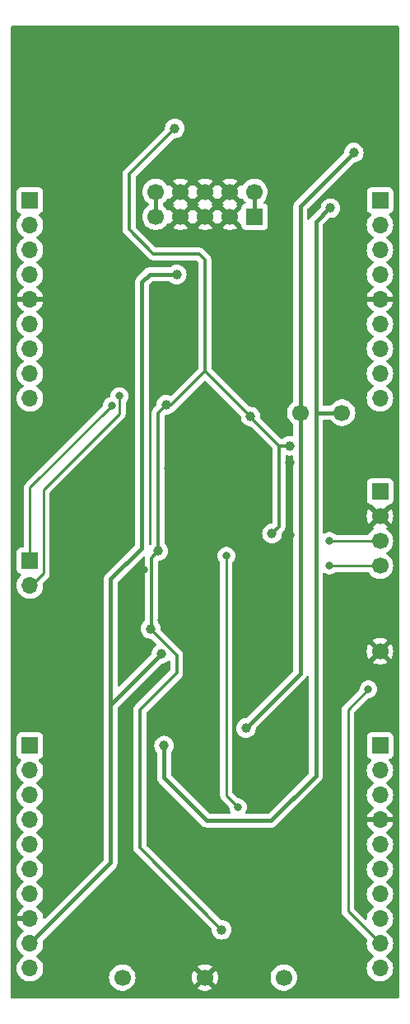
<source format=gbr>
G04 #@! TF.GenerationSoftware,KiCad,Pcbnew,8.0.4*
G04 #@! TF.CreationDate,2024-08-08T14:53:28+01:00*
G04 #@! TF.ProjectId,MidiMonger_components,4d696469-4d6f-46e6-9765-725f636f6d70,rev?*
G04 #@! TF.SameCoordinates,Original*
G04 #@! TF.FileFunction,Copper,L1,Top*
G04 #@! TF.FilePolarity,Positive*
%FSLAX46Y46*%
G04 Gerber Fmt 4.6, Leading zero omitted, Abs format (unit mm)*
G04 Created by KiCad (PCBNEW 8.0.4) date 2024-08-08 14:53:28*
%MOMM*%
%LPD*%
G01*
G04 APERTURE LIST*
G04 #@! TA.AperFunction,ComponentPad*
%ADD10R,1.700000X1.700000*%
G04 #@! TD*
G04 #@! TA.AperFunction,ComponentPad*
%ADD11O,1.700000X1.700000*%
G04 #@! TD*
G04 #@! TA.AperFunction,ComponentPad*
%ADD12C,1.700000*%
G04 #@! TD*
G04 #@! TA.AperFunction,ViaPad*
%ADD13C,1.000000*%
G04 #@! TD*
G04 #@! TA.AperFunction,ViaPad*
%ADD14C,0.800000*%
G04 #@! TD*
G04 #@! TA.AperFunction,Conductor*
%ADD15C,0.400000*%
G04 #@! TD*
G04 #@! TA.AperFunction,Conductor*
%ADD16C,0.300000*%
G04 #@! TD*
G04 #@! TA.AperFunction,Conductor*
%ADD17C,0.250000*%
G04 #@! TD*
G04 APERTURE END LIST*
D10*
X138000000Y-68000000D03*
D11*
X138000000Y-70540000D03*
X138000000Y-73080000D03*
X138000000Y-75620000D03*
X138000000Y-78160000D03*
X138000000Y-80700000D03*
X138000000Y-83240000D03*
X138000000Y-85780000D03*
X138000000Y-88320000D03*
D10*
X102000000Y-124000000D03*
D11*
X102000000Y-126540000D03*
X102000000Y-129080000D03*
X102000000Y-131620000D03*
X102000000Y-134160000D03*
X102000000Y-136700000D03*
X102000000Y-139240000D03*
X102000000Y-141780000D03*
X102000000Y-144320000D03*
X102000000Y-146860000D03*
D10*
X138000000Y-124000000D03*
D11*
X138000000Y-126540000D03*
X138000000Y-129080000D03*
X138000000Y-131620000D03*
X138000000Y-134160000D03*
X138000000Y-136700000D03*
X138000000Y-139240000D03*
X138000000Y-141780000D03*
X138000000Y-144320000D03*
X138000000Y-146860000D03*
D10*
X102000000Y-68000000D03*
D11*
X102000000Y-70540000D03*
X102000000Y-73080000D03*
X102000000Y-75620000D03*
X102000000Y-78160000D03*
X102000000Y-80700000D03*
X102000000Y-83240000D03*
X102000000Y-85780000D03*
X102000000Y-88320000D03*
D10*
X138000000Y-97890000D03*
D12*
X138000000Y-100430000D03*
X138000000Y-102970000D03*
X138000000Y-105510000D03*
X114940000Y-67135000D03*
X114940000Y-69675000D03*
X117480000Y-67135000D03*
X117480000Y-69675000D03*
X120020000Y-67135000D03*
X120020000Y-69675000D03*
X122560000Y-67135000D03*
X122560000Y-69675000D03*
X125100000Y-67135000D03*
D10*
X125100000Y-69675000D03*
D12*
X129800000Y-89800000D03*
X111500000Y-147800000D03*
X134100000Y-89800000D03*
X138000000Y-114300000D03*
D10*
X102000000Y-105000000D03*
D11*
X102000000Y-107540000D03*
D12*
X120000000Y-147800000D03*
X128100000Y-147800000D03*
D13*
X127400000Y-72600000D03*
X122800000Y-60000000D03*
X128600000Y-64600000D03*
X109700000Y-65000000D03*
X110900000Y-73200000D03*
X131500000Y-61000000D03*
X137800000Y-53400000D03*
X136200000Y-51500000D03*
X116900000Y-60600000D03*
X135300000Y-63100000D03*
X132900000Y-68800000D03*
X128500000Y-85300000D03*
X134100000Y-113200000D03*
X133100000Y-85800000D03*
X138900000Y-64200000D03*
X115000000Y-58300000D03*
X102600000Y-110000000D03*
X124400000Y-83000000D03*
X117900000Y-52300000D03*
X132600000Y-107600000D03*
X126800000Y-135200000D03*
X108100000Y-56100000D03*
X124400000Y-113000000D03*
X112400000Y-139500000D03*
X107400000Y-128700000D03*
X121800000Y-53400000D03*
X115600000Y-111100000D03*
D14*
X117200000Y-86400000D03*
D13*
X128300000Y-124900000D03*
X128700000Y-94900000D03*
D14*
X123500000Y-100600000D03*
D13*
X100800000Y-65100000D03*
X128300000Y-121200000D03*
D14*
X113700000Y-105900000D03*
D13*
X130200000Y-118000000D03*
X104900000Y-53300000D03*
X113000000Y-114600000D03*
X124300000Y-86200000D03*
X111900000Y-123000000D03*
X107100000Y-117900000D03*
X123200000Y-93300000D03*
X124500000Y-114600000D03*
X107100000Y-90000000D03*
X115500000Y-76900000D03*
X118200000Y-100800000D03*
D14*
X116100000Y-87400000D03*
D13*
X116300000Y-95500000D03*
X130900000Y-56500000D03*
X122900000Y-86200000D03*
X135600000Y-148800000D03*
X133200000Y-126800000D03*
X103858669Y-51858669D03*
X108600000Y-88000000D03*
X128700000Y-102400000D03*
X124500000Y-76700000D03*
X114000000Y-61100000D03*
X126500000Y-107300000D03*
X115400000Y-116500000D03*
D14*
X109500000Y-93300000D03*
D13*
X133200000Y-74300000D03*
X106400000Y-86000000D03*
X104500000Y-99200000D03*
X130300000Y-136200000D03*
X128500000Y-113000000D03*
D14*
X116800000Y-93300000D03*
D13*
X118000000Y-117800000D03*
X100600000Y-96500000D03*
X102000000Y-120500000D03*
X114000000Y-53700000D03*
X114400000Y-112000000D03*
X121700000Y-142900000D03*
X124700000Y-90200000D03*
X128700000Y-93200000D03*
X115200000Y-104000030D03*
X115999998Y-88999996D03*
X126900000Y-102200000D03*
X115500000Y-114600000D03*
X117100000Y-75600000D03*
X124200000Y-122200000D03*
X115800000Y-124000000D03*
D14*
X132800000Y-105500000D03*
X132800000Y-102970000D03*
X122200000Y-104500000D03*
X123400000Y-130300000D03*
X136800000Y-118200000D03*
X111200000Y-88100000D03*
X110400000Y-89100000D03*
D15*
X114300000Y-75600000D02*
X117100000Y-75600000D01*
X113500000Y-76400000D02*
X114300000Y-75600000D01*
X113500000Y-103700000D02*
X113500000Y-76400000D01*
X110300000Y-106900000D02*
X113500000Y-103700000D01*
X110300000Y-120500000D02*
X110300000Y-106900000D01*
X114940000Y-67135000D02*
X114940000Y-69675000D01*
X125100000Y-67135000D02*
X125100000Y-69675000D01*
X134100000Y-89800000D02*
X131500000Y-89800000D01*
X131400000Y-89700000D02*
X131400000Y-70200000D01*
X131500000Y-89800000D02*
X131400000Y-89700000D01*
X131400000Y-127100000D02*
X131400000Y-89700000D01*
X129800000Y-116600000D02*
X129800000Y-68600000D01*
X129800000Y-68600000D02*
X135300000Y-63100000D01*
X124200000Y-122200000D02*
X129800000Y-116600000D01*
X132800000Y-68800000D02*
X132900000Y-68800000D01*
X131400000Y-70200000D02*
X132800000Y-68800000D01*
X126800000Y-131700000D02*
X131400000Y-127100000D01*
X120200000Y-131700000D02*
X126800000Y-131700000D01*
X115800000Y-124000000D02*
X115800000Y-127300000D01*
X115800000Y-127300000D02*
X120200000Y-131700000D01*
D16*
X120000000Y-74100000D02*
X119400000Y-73500000D01*
X114700000Y-73500000D02*
X112200000Y-71000000D01*
X112200000Y-65300000D02*
X116900000Y-60600000D01*
X120000000Y-74100000D02*
X120000000Y-85500000D01*
X119400000Y-73500000D02*
X114700000Y-73500000D01*
X112200000Y-71000000D02*
X112200000Y-65300000D01*
X124700000Y-90200000D02*
X124700000Y-90300000D01*
X124700000Y-90300000D02*
X127600000Y-93200000D01*
X120000000Y-85500000D02*
X124700000Y-90200000D01*
X117100000Y-116500000D02*
X117100000Y-114700000D01*
X113300000Y-134500000D02*
X113300000Y-120300000D01*
X114500000Y-111900000D02*
X114400000Y-112000000D01*
X113300000Y-120300000D02*
X117100000Y-116500000D01*
X127600000Y-93200000D02*
X127600000Y-101500000D01*
X127600000Y-93200000D02*
X128700000Y-93200000D01*
X121700000Y-142900000D02*
X113300000Y-134500000D01*
X127600000Y-101500000D02*
X126900000Y-102200000D01*
X115200000Y-89799994D02*
X115200000Y-104000030D01*
X116500004Y-88999996D02*
X115999998Y-88999996D01*
X117100000Y-114700000D02*
X114400000Y-112000000D01*
X114500000Y-104700030D02*
X114500000Y-111900000D01*
X120000000Y-85500000D02*
X116500004Y-88999996D01*
X115200000Y-104000030D02*
X114500000Y-104700030D01*
X115999998Y-88999996D02*
X115200000Y-89799994D01*
D15*
X110300000Y-136020000D02*
X110300000Y-119800000D01*
X110300000Y-119800000D02*
X115500000Y-114600000D01*
X102000000Y-144320000D02*
X110300000Y-136020000D01*
D17*
X132810000Y-105510000D02*
X132800000Y-105500000D01*
X138000000Y-105510000D02*
X132810000Y-105510000D01*
X138000000Y-102970000D02*
X132800000Y-102970000D01*
X123400000Y-130300000D02*
X122200000Y-129100000D01*
X122200000Y-129100000D02*
X122200000Y-104500000D01*
X136800000Y-118200000D02*
X134700000Y-120300000D01*
X134700000Y-120300000D02*
X134700000Y-141020000D01*
X134700000Y-141020000D02*
X138000000Y-144320000D01*
X111200000Y-89900000D02*
X111200000Y-88100000D01*
X102000000Y-107540000D02*
X102160000Y-107540000D01*
X102160000Y-107540000D02*
X103400000Y-106300000D01*
X103400000Y-106300000D02*
X103400000Y-97700000D01*
X103400000Y-97700000D02*
X111200000Y-89900000D01*
X102000000Y-97500000D02*
X102000000Y-105000000D01*
X110400000Y-89100000D02*
X102000000Y-97500000D01*
G04 #@! TA.AperFunction,Conductor*
G36*
X113759532Y-104546604D02*
G01*
X113816368Y-104589151D01*
X113841179Y-104655671D01*
X113841500Y-104664660D01*
X113841500Y-111094115D01*
X113821498Y-111162236D01*
X113795434Y-111191514D01*
X113683432Y-111283432D01*
X113557405Y-111436995D01*
X113463759Y-111612195D01*
X113406090Y-111802305D01*
X113386620Y-111999996D01*
X113386620Y-112000003D01*
X113406090Y-112197694D01*
X113406091Y-112197700D01*
X113406092Y-112197701D01*
X113463759Y-112387804D01*
X113557405Y-112563004D01*
X113683432Y-112716568D01*
X113836996Y-112842595D01*
X114012196Y-112936241D01*
X114202299Y-112993908D01*
X114202303Y-112993908D01*
X114202305Y-112993909D01*
X114399997Y-113013380D01*
X114399999Y-113013380D01*
X114399999Y-113013379D01*
X114400000Y-113013380D01*
X114415449Y-113011858D01*
X114485202Y-113025085D01*
X114516896Y-113048156D01*
X115005295Y-113536555D01*
X115039321Y-113598867D01*
X115034256Y-113669682D01*
X114991709Y-113726518D01*
X114975598Y-113736771D01*
X114936995Y-113757405D01*
X114783432Y-113883432D01*
X114657405Y-114036995D01*
X114563759Y-114212195D01*
X114506090Y-114402305D01*
X114489792Y-114567789D01*
X114463210Y-114633621D01*
X114453494Y-114644534D01*
X111223595Y-117874434D01*
X111161283Y-117908460D01*
X111090468Y-117903395D01*
X111033632Y-117860848D01*
X111008821Y-117794328D01*
X111008500Y-117785339D01*
X111008500Y-107245660D01*
X111028502Y-107177539D01*
X111045405Y-107156565D01*
X113626405Y-104575565D01*
X113688717Y-104541539D01*
X113759532Y-104546604D01*
G37*
G04 #@! TD.AperFunction*
G04 #@! TA.AperFunction,Conductor*
G36*
X117014075Y-67327993D02*
G01*
X117079901Y-67442007D01*
X117172993Y-67535099D01*
X117287007Y-67600925D01*
X117355051Y-67619157D01*
X116714310Y-68259898D01*
X116734697Y-68275766D01*
X116734705Y-68275771D01*
X116768731Y-68294185D01*
X116819122Y-68344197D01*
X116834475Y-68413514D01*
X116809915Y-68480127D01*
X116768735Y-68515811D01*
X116734705Y-68534227D01*
X116734693Y-68534235D01*
X116714311Y-68550099D01*
X116714310Y-68550100D01*
X117355052Y-69190842D01*
X117287007Y-69209075D01*
X117172993Y-69274901D01*
X117079901Y-69367993D01*
X117014075Y-69482007D01*
X116995842Y-69550052D01*
X116356921Y-68911131D01*
X116356919Y-68911132D01*
X116315781Y-68974100D01*
X116261777Y-69020189D01*
X116191430Y-69029764D01*
X116127072Y-68999787D01*
X116104817Y-68974102D01*
X116055510Y-68898632D01*
X116015724Y-68837734D01*
X116015720Y-68837729D01*
X115863234Y-68672088D01*
X115697109Y-68542787D01*
X115655638Y-68485162D01*
X115648500Y-68443356D01*
X115648500Y-68366644D01*
X115668502Y-68298523D01*
X115697109Y-68267213D01*
X115863234Y-68137911D01*
X115863235Y-68137909D01*
X115863240Y-68137906D01*
X116015722Y-67972268D01*
X116104816Y-67835898D01*
X116158819Y-67789810D01*
X116229167Y-67780235D01*
X116293524Y-67810212D01*
X116315782Y-67835899D01*
X116356920Y-67898866D01*
X116356921Y-67898866D01*
X116995841Y-67259946D01*
X117014075Y-67327993D01*
G37*
G04 #@! TD.AperFunction*
G04 #@! TA.AperFunction,Conductor*
G36*
X119554075Y-67327993D02*
G01*
X119619901Y-67442007D01*
X119712993Y-67535099D01*
X119827007Y-67600925D01*
X119895051Y-67619157D01*
X119254310Y-68259898D01*
X119274697Y-68275766D01*
X119274705Y-68275771D01*
X119308731Y-68294185D01*
X119359122Y-68344197D01*
X119374475Y-68413514D01*
X119349915Y-68480127D01*
X119308735Y-68515811D01*
X119274705Y-68534227D01*
X119274693Y-68534235D01*
X119254311Y-68550099D01*
X119254310Y-68550100D01*
X119895052Y-69190842D01*
X119827007Y-69209075D01*
X119712993Y-69274901D01*
X119619901Y-69367993D01*
X119554075Y-69482007D01*
X119535842Y-69550052D01*
X118896921Y-68911131D01*
X118896920Y-68911132D01*
X118855482Y-68974558D01*
X118801479Y-69020647D01*
X118731131Y-69030222D01*
X118666773Y-69000245D01*
X118644516Y-68974558D01*
X118603078Y-68911132D01*
X117964157Y-69550051D01*
X117945925Y-69482007D01*
X117880099Y-69367993D01*
X117787007Y-69274901D01*
X117672993Y-69209075D01*
X117604947Y-69190841D01*
X118245688Y-68550100D01*
X118245687Y-68550099D01*
X118225308Y-68534237D01*
X118225298Y-68534231D01*
X118191267Y-68515814D01*
X118140876Y-68465801D01*
X118125524Y-68396484D01*
X118150085Y-68329871D01*
X118191268Y-68294186D01*
X118225294Y-68275772D01*
X118225298Y-68275769D01*
X118245688Y-68259898D01*
X117604947Y-67619157D01*
X117672993Y-67600925D01*
X117787007Y-67535099D01*
X117880099Y-67442007D01*
X117945925Y-67327993D01*
X117964158Y-67259947D01*
X118603077Y-67898866D01*
X118603078Y-67898866D01*
X118644516Y-67835441D01*
X118698519Y-67789352D01*
X118768867Y-67779777D01*
X118833225Y-67809754D01*
X118855482Y-67835440D01*
X118896921Y-67898866D01*
X119535841Y-67259946D01*
X119554075Y-67327993D01*
G37*
G04 #@! TD.AperFunction*
G04 #@! TA.AperFunction,Conductor*
G36*
X122094075Y-67327993D02*
G01*
X122159901Y-67442007D01*
X122252993Y-67535099D01*
X122367007Y-67600925D01*
X122435051Y-67619157D01*
X121794310Y-68259898D01*
X121814697Y-68275766D01*
X121814705Y-68275771D01*
X121848731Y-68294185D01*
X121899122Y-68344197D01*
X121914475Y-68413514D01*
X121889915Y-68480127D01*
X121848735Y-68515811D01*
X121814705Y-68534227D01*
X121814693Y-68534235D01*
X121794311Y-68550099D01*
X121794310Y-68550100D01*
X122435052Y-69190842D01*
X122367007Y-69209075D01*
X122252993Y-69274901D01*
X122159901Y-69367993D01*
X122094075Y-69482007D01*
X122075842Y-69550052D01*
X121436921Y-68911131D01*
X121436920Y-68911132D01*
X121395482Y-68974558D01*
X121341479Y-69020647D01*
X121271131Y-69030222D01*
X121206773Y-69000245D01*
X121184516Y-68974558D01*
X121143078Y-68911132D01*
X120504157Y-69550051D01*
X120485925Y-69482007D01*
X120420099Y-69367993D01*
X120327007Y-69274901D01*
X120212993Y-69209075D01*
X120144947Y-69190841D01*
X120785688Y-68550100D01*
X120785687Y-68550099D01*
X120765308Y-68534237D01*
X120765298Y-68534231D01*
X120731267Y-68515814D01*
X120680876Y-68465801D01*
X120665524Y-68396484D01*
X120690085Y-68329871D01*
X120731268Y-68294186D01*
X120765294Y-68275772D01*
X120765298Y-68275769D01*
X120785688Y-68259898D01*
X120144947Y-67619157D01*
X120212993Y-67600925D01*
X120327007Y-67535099D01*
X120420099Y-67442007D01*
X120485925Y-67327993D01*
X120504158Y-67259947D01*
X121143077Y-67898866D01*
X121143078Y-67898866D01*
X121184516Y-67835441D01*
X121238519Y-67789352D01*
X121308867Y-67779777D01*
X121373225Y-67809754D01*
X121395482Y-67835440D01*
X121436921Y-67898866D01*
X122075841Y-67259946D01*
X122094075Y-67327993D01*
G37*
G04 #@! TD.AperFunction*
G04 #@! TA.AperFunction,Conductor*
G36*
X123683077Y-67898866D02*
G01*
X123683078Y-67898866D01*
X123724217Y-67835899D01*
X123778221Y-67789810D01*
X123848568Y-67780235D01*
X123912926Y-67810212D01*
X123935183Y-67835898D01*
X124024279Y-67972270D01*
X124167475Y-68127820D01*
X124198896Y-68191485D01*
X124190909Y-68262031D01*
X124146051Y-68317060D01*
X124118807Y-68331213D01*
X124003797Y-68374110D01*
X124003792Y-68374112D01*
X123886738Y-68461738D01*
X123799112Y-68578792D01*
X123799110Y-68578797D01*
X123748011Y-68715795D01*
X123748009Y-68715803D01*
X123741500Y-68776350D01*
X123741500Y-68800519D01*
X123721498Y-68868640D01*
X123704595Y-68889614D01*
X123044157Y-69550051D01*
X123025925Y-69482007D01*
X122960099Y-69367993D01*
X122867007Y-69274901D01*
X122752993Y-69209075D01*
X122684947Y-69190841D01*
X123325688Y-68550100D01*
X123325687Y-68550099D01*
X123305308Y-68534237D01*
X123305298Y-68534231D01*
X123271267Y-68515814D01*
X123220876Y-68465801D01*
X123205524Y-68396484D01*
X123230085Y-68329871D01*
X123271268Y-68294186D01*
X123305294Y-68275772D01*
X123305298Y-68275769D01*
X123325688Y-68259898D01*
X122684947Y-67619157D01*
X122752993Y-67600925D01*
X122867007Y-67535099D01*
X122960099Y-67442007D01*
X123025925Y-67327993D01*
X123044158Y-67259947D01*
X123683077Y-67898866D01*
G37*
G04 #@! TD.AperFunction*
G04 #@! TA.AperFunction,Conductor*
G36*
X139891621Y-50070502D02*
G01*
X139938114Y-50124158D01*
X139949500Y-50176500D01*
X139949500Y-149823500D01*
X139929498Y-149891621D01*
X139875842Y-149938114D01*
X139823500Y-149949500D01*
X100176500Y-149949500D01*
X100108379Y-149929498D01*
X100061886Y-149875842D01*
X100050500Y-149823500D01*
X100050500Y-126540000D01*
X100636844Y-126540000D01*
X100655437Y-126764375D01*
X100710702Y-126982612D01*
X100710703Y-126982613D01*
X100710704Y-126982616D01*
X100801140Y-127188791D01*
X100801141Y-127188793D01*
X100924275Y-127377265D01*
X100924279Y-127377270D01*
X101076762Y-127542908D01*
X101131331Y-127585381D01*
X101254424Y-127681189D01*
X101287680Y-127699186D01*
X101338071Y-127749200D01*
X101353423Y-127818516D01*
X101328862Y-127885129D01*
X101287680Y-127920813D01*
X101254426Y-127938810D01*
X101254424Y-127938811D01*
X101076762Y-128077091D01*
X100924279Y-128242729D01*
X100924275Y-128242734D01*
X100801141Y-128431206D01*
X100710703Y-128637386D01*
X100710702Y-128637387D01*
X100655437Y-128855624D01*
X100655436Y-128855630D01*
X100655436Y-128855632D01*
X100636844Y-129080000D01*
X100653813Y-129284787D01*
X100655437Y-129304375D01*
X100710702Y-129522612D01*
X100710703Y-129522613D01*
X100801141Y-129728793D01*
X100924275Y-129917265D01*
X100924279Y-129917270D01*
X101076762Y-130082908D01*
X101111662Y-130110072D01*
X101254424Y-130221189D01*
X101287680Y-130239186D01*
X101338071Y-130289200D01*
X101353423Y-130358516D01*
X101328862Y-130425129D01*
X101287680Y-130460813D01*
X101254426Y-130478810D01*
X101254424Y-130478811D01*
X101076762Y-130617091D01*
X100924279Y-130782729D01*
X100924275Y-130782734D01*
X100801141Y-130971206D01*
X100710703Y-131177386D01*
X100710702Y-131177387D01*
X100655437Y-131395624D01*
X100655436Y-131395630D01*
X100655436Y-131395632D01*
X100636844Y-131620000D01*
X100652836Y-131812993D01*
X100655437Y-131844375D01*
X100710702Y-132062612D01*
X100710703Y-132062613D01*
X100710704Y-132062616D01*
X100801140Y-132268791D01*
X100801141Y-132268793D01*
X100924275Y-132457265D01*
X100924279Y-132457270D01*
X101076762Y-132622908D01*
X101131331Y-132665381D01*
X101254424Y-132761189D01*
X101287153Y-132778901D01*
X101287680Y-132779186D01*
X101338071Y-132829200D01*
X101353423Y-132898516D01*
X101328862Y-132965129D01*
X101287680Y-133000813D01*
X101254426Y-133018810D01*
X101254424Y-133018811D01*
X101076762Y-133157091D01*
X100924279Y-133322729D01*
X100924275Y-133322734D01*
X100801141Y-133511206D01*
X100710703Y-133717386D01*
X100710702Y-133717387D01*
X100655437Y-133935624D01*
X100655436Y-133935630D01*
X100655436Y-133935632D01*
X100636844Y-134160000D01*
X100640310Y-134201833D01*
X100655437Y-134384375D01*
X100710702Y-134602612D01*
X100710703Y-134602613D01*
X100801141Y-134808793D01*
X100924275Y-134997265D01*
X100924279Y-134997270D01*
X101076762Y-135162908D01*
X101131331Y-135205381D01*
X101254424Y-135301189D01*
X101287680Y-135319186D01*
X101338071Y-135369200D01*
X101353423Y-135438516D01*
X101328862Y-135505129D01*
X101287680Y-135540813D01*
X101254426Y-135558810D01*
X101254424Y-135558811D01*
X101076762Y-135697091D01*
X100924279Y-135862729D01*
X100924275Y-135862734D01*
X100801141Y-136051206D01*
X100710703Y-136257386D01*
X100710702Y-136257387D01*
X100655437Y-136475624D01*
X100636844Y-136700000D01*
X100655437Y-136924375D01*
X100710702Y-137142612D01*
X100710703Y-137142613D01*
X100801141Y-137348793D01*
X100924275Y-137537265D01*
X100924279Y-137537270D01*
X101076762Y-137702908D01*
X101131331Y-137745381D01*
X101254424Y-137841189D01*
X101287680Y-137859186D01*
X101338071Y-137909200D01*
X101353423Y-137978516D01*
X101328862Y-138045129D01*
X101287680Y-138080813D01*
X101254426Y-138098810D01*
X101254424Y-138098811D01*
X101076762Y-138237091D01*
X100924279Y-138402729D01*
X100924275Y-138402734D01*
X100801141Y-138591206D01*
X100710703Y-138797386D01*
X100710702Y-138797387D01*
X100655437Y-139015624D01*
X100636844Y-139240000D01*
X100655437Y-139464375D01*
X100710702Y-139682612D01*
X100710703Y-139682613D01*
X100801141Y-139888793D01*
X100924275Y-140077265D01*
X100924279Y-140077270D01*
X101076762Y-140242908D01*
X101131331Y-140285381D01*
X101254424Y-140381189D01*
X101288205Y-140399470D01*
X101338596Y-140449482D01*
X101353949Y-140518799D01*
X101329389Y-140585412D01*
X101288209Y-140621096D01*
X101254704Y-140639228D01*
X101254698Y-140639232D01*
X101077097Y-140777465D01*
X100924674Y-140943041D01*
X100801580Y-141131451D01*
X100711179Y-141337543D01*
X100711176Y-141337550D01*
X100663455Y-141525999D01*
X100663456Y-141526000D01*
X101569297Y-141526000D01*
X101534075Y-141587007D01*
X101500000Y-141714174D01*
X101500000Y-141845826D01*
X101534075Y-141972993D01*
X101569297Y-142034000D01*
X100663455Y-142034000D01*
X100711176Y-142222449D01*
X100711179Y-142222456D01*
X100801580Y-142428548D01*
X100924674Y-142616958D01*
X101077097Y-142782534D01*
X101254698Y-142920767D01*
X101254704Y-142920771D01*
X101288207Y-142938902D01*
X101338597Y-142988915D01*
X101353949Y-143058232D01*
X101329388Y-143124845D01*
X101288207Y-143160528D01*
X101254430Y-143178807D01*
X101254424Y-143178811D01*
X101076762Y-143317091D01*
X100924279Y-143482729D01*
X100924275Y-143482734D01*
X100801141Y-143671206D01*
X100710703Y-143877386D01*
X100710702Y-143877387D01*
X100655437Y-144095624D01*
X100636844Y-144320000D01*
X100655437Y-144544375D01*
X100710702Y-144762612D01*
X100710703Y-144762613D01*
X100801141Y-144968793D01*
X100924275Y-145157265D01*
X100924279Y-145157270D01*
X101076762Y-145322908D01*
X101131331Y-145365381D01*
X101254424Y-145461189D01*
X101287680Y-145479186D01*
X101338071Y-145529200D01*
X101353423Y-145598516D01*
X101328862Y-145665129D01*
X101287680Y-145700813D01*
X101254426Y-145718810D01*
X101254424Y-145718811D01*
X101076762Y-145857091D01*
X100924279Y-146022729D01*
X100924275Y-146022734D01*
X100801141Y-146211206D01*
X100710703Y-146417386D01*
X100710702Y-146417387D01*
X100655437Y-146635624D01*
X100655436Y-146635630D01*
X100655436Y-146635632D01*
X100653480Y-146659235D01*
X100636844Y-146860000D01*
X100655437Y-147084375D01*
X100710702Y-147302612D01*
X100710703Y-147302613D01*
X100710704Y-147302616D01*
X100801140Y-147508791D01*
X100801141Y-147508793D01*
X100924275Y-147697265D01*
X100924279Y-147697270D01*
X101076762Y-147862908D01*
X101131331Y-147905381D01*
X101254424Y-148001189D01*
X101452426Y-148108342D01*
X101452427Y-148108342D01*
X101452428Y-148108343D01*
X101564227Y-148146723D01*
X101665365Y-148181444D01*
X101887431Y-148218500D01*
X101887435Y-148218500D01*
X102112565Y-148218500D01*
X102112569Y-148218500D01*
X102334635Y-148181444D01*
X102547574Y-148108342D01*
X102745576Y-148001189D01*
X102923240Y-147862906D01*
X102981150Y-147800000D01*
X110136844Y-147800000D01*
X110153515Y-148001189D01*
X110155437Y-148024375D01*
X110210702Y-148242612D01*
X110210703Y-148242613D01*
X110210704Y-148242616D01*
X110301140Y-148448791D01*
X110301141Y-148448793D01*
X110424275Y-148637265D01*
X110424279Y-148637270D01*
X110576762Y-148802908D01*
X110631331Y-148845381D01*
X110754424Y-148941189D01*
X110952426Y-149048342D01*
X110952427Y-149048342D01*
X110952428Y-149048343D01*
X111064227Y-149086723D01*
X111165365Y-149121444D01*
X111387431Y-149158500D01*
X111387435Y-149158500D01*
X111612565Y-149158500D01*
X111612569Y-149158500D01*
X111834635Y-149121444D01*
X112047574Y-149048342D01*
X112245576Y-148941189D01*
X112423240Y-148802906D01*
X112575722Y-148637268D01*
X112698860Y-148448791D01*
X112789296Y-148242616D01*
X112844564Y-148024368D01*
X112863156Y-147800000D01*
X118637346Y-147800000D01*
X118655932Y-148024292D01*
X118711176Y-148242449D01*
X118711179Y-148242456D01*
X118801580Y-148448548D01*
X118876921Y-148563866D01*
X119515841Y-147924946D01*
X119534075Y-147992993D01*
X119599901Y-148107007D01*
X119692993Y-148200099D01*
X119807007Y-148265925D01*
X119875051Y-148284157D01*
X119234310Y-148924898D01*
X119254697Y-148940766D01*
X119254701Y-148940768D01*
X119452628Y-149047882D01*
X119452630Y-149047883D01*
X119665483Y-149120955D01*
X119665490Y-149120957D01*
X119887477Y-149158000D01*
X120112523Y-149158000D01*
X120334509Y-149120957D01*
X120334516Y-149120955D01*
X120547369Y-149047883D01*
X120547371Y-149047881D01*
X120745298Y-148940769D01*
X120765688Y-148924898D01*
X120124947Y-148284157D01*
X120192993Y-148265925D01*
X120307007Y-148200099D01*
X120400099Y-148107007D01*
X120465925Y-147992993D01*
X120484158Y-147924947D01*
X121123077Y-148563866D01*
X121198419Y-148448548D01*
X121288820Y-148242456D01*
X121288823Y-148242449D01*
X121344067Y-148024292D01*
X121362653Y-147800000D01*
X126736844Y-147800000D01*
X126753515Y-148001189D01*
X126755437Y-148024375D01*
X126810702Y-148242612D01*
X126810703Y-148242613D01*
X126810704Y-148242616D01*
X126901140Y-148448791D01*
X126901141Y-148448793D01*
X127024275Y-148637265D01*
X127024279Y-148637270D01*
X127176762Y-148802908D01*
X127231331Y-148845381D01*
X127354424Y-148941189D01*
X127552426Y-149048342D01*
X127552427Y-149048342D01*
X127552428Y-149048343D01*
X127664227Y-149086723D01*
X127765365Y-149121444D01*
X127987431Y-149158500D01*
X127987435Y-149158500D01*
X128212565Y-149158500D01*
X128212569Y-149158500D01*
X128434635Y-149121444D01*
X128647574Y-149048342D01*
X128845576Y-148941189D01*
X129023240Y-148802906D01*
X129175722Y-148637268D01*
X129298860Y-148448791D01*
X129389296Y-148242616D01*
X129444564Y-148024368D01*
X129463156Y-147800000D01*
X129444564Y-147575632D01*
X129389338Y-147357550D01*
X129389297Y-147357387D01*
X129389296Y-147357386D01*
X129389296Y-147357384D01*
X129298860Y-147151209D01*
X129223676Y-147036131D01*
X129175724Y-146962734D01*
X129175720Y-146962729D01*
X129023237Y-146797091D01*
X128941382Y-146733381D01*
X128845576Y-146658811D01*
X128647574Y-146551658D01*
X128647572Y-146551657D01*
X128647571Y-146551656D01*
X128434639Y-146478557D01*
X128434630Y-146478555D01*
X128390476Y-146471187D01*
X128212569Y-146441500D01*
X127987431Y-146441500D01*
X127839211Y-146466233D01*
X127765369Y-146478555D01*
X127765360Y-146478557D01*
X127552428Y-146551656D01*
X127552426Y-146551658D01*
X127354426Y-146658810D01*
X127354424Y-146658811D01*
X127176762Y-146797091D01*
X127024279Y-146962729D01*
X127024275Y-146962734D01*
X126901141Y-147151206D01*
X126810703Y-147357386D01*
X126810702Y-147357387D01*
X126755437Y-147575624D01*
X126755436Y-147575630D01*
X126755436Y-147575632D01*
X126736844Y-147800000D01*
X121362653Y-147800000D01*
X121344067Y-147575707D01*
X121288823Y-147357550D01*
X121288820Y-147357543D01*
X121198419Y-147151451D01*
X121123077Y-147036132D01*
X120484157Y-147675051D01*
X120465925Y-147607007D01*
X120400099Y-147492993D01*
X120307007Y-147399901D01*
X120192993Y-147334075D01*
X120124947Y-147315841D01*
X120765688Y-146675100D01*
X120765687Y-146675099D01*
X120745308Y-146659237D01*
X120745298Y-146659231D01*
X120547371Y-146552117D01*
X120547369Y-146552116D01*
X120334516Y-146479044D01*
X120334509Y-146479042D01*
X120112523Y-146442000D01*
X119887477Y-146442000D01*
X119665490Y-146479042D01*
X119665483Y-146479044D01*
X119452630Y-146552116D01*
X119452628Y-146552118D01*
X119254700Y-146659230D01*
X119254693Y-146659235D01*
X119234311Y-146675099D01*
X119234310Y-146675100D01*
X119875052Y-147315842D01*
X119807007Y-147334075D01*
X119692993Y-147399901D01*
X119599901Y-147492993D01*
X119534075Y-147607007D01*
X119515842Y-147675052D01*
X118876921Y-147036131D01*
X118876920Y-147036132D01*
X118801586Y-147151439D01*
X118801579Y-147151453D01*
X118711179Y-147357543D01*
X118711176Y-147357550D01*
X118655932Y-147575707D01*
X118637346Y-147800000D01*
X112863156Y-147800000D01*
X112844564Y-147575632D01*
X112789338Y-147357550D01*
X112789297Y-147357387D01*
X112789296Y-147357386D01*
X112789296Y-147357384D01*
X112698860Y-147151209D01*
X112623676Y-147036131D01*
X112575724Y-146962734D01*
X112575720Y-146962729D01*
X112423237Y-146797091D01*
X112341382Y-146733381D01*
X112245576Y-146658811D01*
X112047574Y-146551658D01*
X112047572Y-146551657D01*
X112047571Y-146551656D01*
X111834639Y-146478557D01*
X111834630Y-146478555D01*
X111790476Y-146471187D01*
X111612569Y-146441500D01*
X111387431Y-146441500D01*
X111239211Y-146466233D01*
X111165369Y-146478555D01*
X111165360Y-146478557D01*
X110952428Y-146551656D01*
X110952426Y-146551658D01*
X110754426Y-146658810D01*
X110754424Y-146658811D01*
X110576762Y-146797091D01*
X110424279Y-146962729D01*
X110424275Y-146962734D01*
X110301141Y-147151206D01*
X110210703Y-147357386D01*
X110210702Y-147357387D01*
X110155437Y-147575624D01*
X110155436Y-147575630D01*
X110155436Y-147575632D01*
X110136844Y-147800000D01*
X102981150Y-147800000D01*
X103075722Y-147697268D01*
X103198860Y-147508791D01*
X103289296Y-147302616D01*
X103344564Y-147084368D01*
X103363156Y-146860000D01*
X103344564Y-146635632D01*
X103323298Y-146551656D01*
X103289297Y-146417387D01*
X103289296Y-146417386D01*
X103289296Y-146417384D01*
X103198860Y-146211209D01*
X103192140Y-146200924D01*
X103075724Y-146022734D01*
X103075720Y-146022729D01*
X102923237Y-145857091D01*
X102841382Y-145793381D01*
X102745576Y-145718811D01*
X102712319Y-145700813D01*
X102661929Y-145650802D01*
X102646576Y-145581485D01*
X102671136Y-145514872D01*
X102712320Y-145479186D01*
X102745576Y-145461189D01*
X102923240Y-145322906D01*
X103075722Y-145157268D01*
X103198860Y-144968791D01*
X103289296Y-144762616D01*
X103344564Y-144544368D01*
X103363156Y-144320000D01*
X103344564Y-144095632D01*
X103344563Y-144095627D01*
X103344562Y-144095621D01*
X103338250Y-144070697D01*
X103340917Y-143999751D01*
X103371297Y-143950672D01*
X110850328Y-136471642D01*
X110927865Y-136355600D01*
X110981273Y-136226661D01*
X111008500Y-136089781D01*
X111008500Y-135950218D01*
X111008500Y-120145659D01*
X111028502Y-120077538D01*
X111045400Y-120056569D01*
X115455465Y-115646503D01*
X115517775Y-115612479D01*
X115532197Y-115610208D01*
X115657716Y-115597846D01*
X115697693Y-115593909D01*
X115697694Y-115593908D01*
X115697701Y-115593908D01*
X115887804Y-115536241D01*
X116063004Y-115442595D01*
X116216568Y-115316568D01*
X116218097Y-115314704D01*
X116219149Y-115313987D01*
X116220945Y-115312192D01*
X116221285Y-115312532D01*
X116276769Y-115274733D01*
X116347740Y-115272828D01*
X116408475Y-115309594D01*
X116439691Y-115373360D01*
X116441500Y-115394633D01*
X116441500Y-116175050D01*
X116421498Y-116243171D01*
X116404595Y-116264145D01*
X112788513Y-119880226D01*
X112788508Y-119880232D01*
X112716445Y-119988082D01*
X112666807Y-120107919D01*
X112666806Y-120107922D01*
X112641500Y-120235139D01*
X112641500Y-134564860D01*
X112666806Y-134692077D01*
X112716445Y-134811917D01*
X112788509Y-134919769D01*
X112788513Y-134919773D01*
X120651843Y-142783103D01*
X120685869Y-142845415D01*
X120688142Y-142884544D01*
X120686621Y-142899996D01*
X120686620Y-142900002D01*
X120686620Y-142900003D01*
X120706090Y-143097694D01*
X120706091Y-143097700D01*
X120706092Y-143097701D01*
X120763759Y-143287804D01*
X120857405Y-143463004D01*
X120983432Y-143616568D01*
X121136996Y-143742595D01*
X121312196Y-143836241D01*
X121502299Y-143893908D01*
X121502303Y-143893908D01*
X121502305Y-143893909D01*
X121699997Y-143913380D01*
X121700000Y-143913380D01*
X121700003Y-143913380D01*
X121897694Y-143893909D01*
X121897695Y-143893908D01*
X121897701Y-143893908D01*
X122087804Y-143836241D01*
X122263004Y-143742595D01*
X122416568Y-143616568D01*
X122542595Y-143463004D01*
X122636241Y-143287804D01*
X122693908Y-143097701D01*
X122697796Y-143058232D01*
X122713380Y-142900003D01*
X122713380Y-142899996D01*
X122693909Y-142702305D01*
X122693908Y-142702303D01*
X122693908Y-142702299D01*
X122636241Y-142512196D01*
X122542595Y-142336996D01*
X122416568Y-142183432D01*
X122263004Y-142057405D01*
X122087804Y-141963759D01*
X121897701Y-141906092D01*
X121897700Y-141906091D01*
X121897694Y-141906090D01*
X121700003Y-141886620D01*
X121700002Y-141886620D01*
X121700000Y-141886620D01*
X121688689Y-141887733D01*
X121684544Y-141888142D01*
X121614791Y-141874911D01*
X121583103Y-141851843D01*
X113995405Y-134264145D01*
X113961379Y-134201833D01*
X113958500Y-134175050D01*
X113958500Y-120624950D01*
X113978502Y-120556829D01*
X113995405Y-120535855D01*
X117611487Y-116919773D01*
X117611491Y-116919769D01*
X117654690Y-116855116D01*
X117683555Y-116811917D01*
X117698094Y-116776816D01*
X117733195Y-116692077D01*
X117758500Y-116564856D01*
X117758500Y-116435143D01*
X117758500Y-114635143D01*
X117751510Y-114600000D01*
X117733195Y-114507923D01*
X117683555Y-114388083D01*
X117611491Y-114280231D01*
X115448156Y-112116896D01*
X115414130Y-112054584D01*
X115411858Y-112015448D01*
X115413380Y-111999998D01*
X115413380Y-111999996D01*
X115393909Y-111802305D01*
X115393908Y-111802303D01*
X115393908Y-111802299D01*
X115336241Y-111612196D01*
X115242595Y-111436996D01*
X115242593Y-111436992D01*
X115187101Y-111369375D01*
X115159347Y-111304028D01*
X115158500Y-111289442D01*
X115158500Y-105131697D01*
X115178502Y-105063576D01*
X115232158Y-105017083D01*
X115272150Y-105006304D01*
X115397694Y-104993939D01*
X115397695Y-104993938D01*
X115397701Y-104993938D01*
X115587804Y-104936271D01*
X115763004Y-104842625D01*
X115916568Y-104716598D01*
X116042595Y-104563034D01*
X116136241Y-104387834D01*
X116193908Y-104197731D01*
X116197145Y-104164872D01*
X116213380Y-104000033D01*
X116213380Y-104000026D01*
X116193909Y-103802335D01*
X116193908Y-103802333D01*
X116193908Y-103802329D01*
X116136241Y-103612226D01*
X116042595Y-103437026D01*
X115916568Y-103283462D01*
X115904566Y-103273612D01*
X115864597Y-103214934D01*
X115858500Y-103176213D01*
X115858500Y-90138459D01*
X115878502Y-90070338D01*
X115932158Y-90023845D01*
X115993808Y-90013573D01*
X115993808Y-90013376D01*
X115994992Y-90013376D01*
X115996852Y-90013066D01*
X115999998Y-90013376D01*
X115999999Y-90013375D01*
X116000000Y-90013376D01*
X116000001Y-90013376D01*
X116197692Y-89993905D01*
X116197693Y-89993904D01*
X116197699Y-89993904D01*
X116387802Y-89936237D01*
X116563002Y-89842591D01*
X116716566Y-89716564D01*
X116830634Y-89577569D01*
X116858024Y-89552745D01*
X116919773Y-89511487D01*
X119910905Y-86520355D01*
X119973217Y-86486329D01*
X120044032Y-86491394D01*
X120089095Y-86520355D01*
X123651843Y-90083103D01*
X123685869Y-90145415D01*
X123688142Y-90184544D01*
X123686621Y-90199996D01*
X123686620Y-90200002D01*
X123686620Y-90200003D01*
X123706090Y-90397694D01*
X123706091Y-90397700D01*
X123706092Y-90397701D01*
X123763759Y-90587804D01*
X123857405Y-90763004D01*
X123983432Y-90916568D01*
X124136996Y-91042595D01*
X124312196Y-91136241D01*
X124502299Y-91193908D01*
X124502304Y-91193908D01*
X124502306Y-91193909D01*
X124608153Y-91204333D01*
X124635299Y-91207007D01*
X124701132Y-91233589D01*
X124712045Y-91243305D01*
X126904595Y-93435854D01*
X126938620Y-93498166D01*
X126941500Y-93524949D01*
X126941500Y-101068332D01*
X126921498Y-101136453D01*
X126867842Y-101182946D01*
X126827851Y-101193725D01*
X126702305Y-101206090D01*
X126512195Y-101263759D01*
X126336995Y-101357405D01*
X126183432Y-101483432D01*
X126057405Y-101636995D01*
X125963759Y-101812195D01*
X125906090Y-102002305D01*
X125886620Y-102199996D01*
X125886620Y-102200003D01*
X125906090Y-102397694D01*
X125906091Y-102397700D01*
X125906092Y-102397701D01*
X125963759Y-102587804D01*
X126057405Y-102763004D01*
X126183432Y-102916568D01*
X126336996Y-103042595D01*
X126512196Y-103136241D01*
X126702299Y-103193908D01*
X126702303Y-103193908D01*
X126702305Y-103193909D01*
X126899997Y-103213380D01*
X126900000Y-103213380D01*
X126900003Y-103213380D01*
X127097694Y-103193909D01*
X127097695Y-103193908D01*
X127097701Y-103193908D01*
X127287804Y-103136241D01*
X127463004Y-103042595D01*
X127616568Y-102916568D01*
X127742595Y-102763004D01*
X127836241Y-102587804D01*
X127893908Y-102397701D01*
X127905559Y-102279415D01*
X127913380Y-102200003D01*
X127913380Y-102200000D01*
X127911858Y-102184551D01*
X127925085Y-102114797D01*
X127948156Y-102083102D01*
X127969758Y-102061500D01*
X128111490Y-101919769D01*
X128145535Y-101868817D01*
X128183555Y-101811917D01*
X128233194Y-101692077D01*
X128258500Y-101564857D01*
X128258500Y-94289843D01*
X128278502Y-94221722D01*
X128332158Y-94175229D01*
X128402432Y-94165125D01*
X128421072Y-94169268D01*
X128468981Y-94183801D01*
X128502302Y-94193909D01*
X128699997Y-94213380D01*
X128700000Y-94213380D01*
X128700003Y-94213380D01*
X128897694Y-94193909D01*
X128897695Y-94193908D01*
X128897701Y-94193908D01*
X128928926Y-94184435D01*
X128999916Y-94183801D01*
X129059983Y-94221650D01*
X129090052Y-94285964D01*
X129091500Y-94305010D01*
X129091500Y-116254338D01*
X129071498Y-116322459D01*
X129054595Y-116343433D01*
X124244534Y-121153493D01*
X124182222Y-121187519D01*
X124167790Y-121189791D01*
X124002305Y-121206090D01*
X123812195Y-121263759D01*
X123636995Y-121357405D01*
X123483432Y-121483432D01*
X123357405Y-121636995D01*
X123263759Y-121812195D01*
X123206090Y-122002305D01*
X123186620Y-122199996D01*
X123186620Y-122200003D01*
X123206090Y-122397694D01*
X123206091Y-122397700D01*
X123206092Y-122397701D01*
X123263759Y-122587804D01*
X123357405Y-122763004D01*
X123483432Y-122916568D01*
X123636996Y-123042595D01*
X123812196Y-123136241D01*
X124002299Y-123193908D01*
X124002303Y-123193908D01*
X124002305Y-123193909D01*
X124199997Y-123213380D01*
X124200000Y-123213380D01*
X124200003Y-123213380D01*
X124397694Y-123193909D01*
X124397695Y-123193908D01*
X124397701Y-123193908D01*
X124587804Y-123136241D01*
X124763004Y-123042595D01*
X124916568Y-122916568D01*
X125042595Y-122763004D01*
X125136241Y-122587804D01*
X125193908Y-122397701D01*
X125210208Y-122232208D01*
X125236790Y-122166376D01*
X125246497Y-122155472D01*
X130350328Y-117051643D01*
X130427865Y-116935601D01*
X130449091Y-116884355D01*
X130493639Y-116829075D01*
X130561002Y-116806654D01*
X130629794Y-116824212D01*
X130678172Y-116876174D01*
X130691500Y-116932574D01*
X130691500Y-126754339D01*
X130671498Y-126822460D01*
X130654595Y-126843434D01*
X126543434Y-130954595D01*
X126481122Y-130988621D01*
X126454339Y-130991500D01*
X124268045Y-130991500D01*
X124199924Y-130971498D01*
X124153431Y-130917842D01*
X124143327Y-130847568D01*
X124158926Y-130802500D01*
X124170341Y-130782729D01*
X124234527Y-130671556D01*
X124293542Y-130489928D01*
X124313504Y-130300000D01*
X124293542Y-130110072D01*
X124234527Y-129928444D01*
X124139040Y-129763056D01*
X124139038Y-129763054D01*
X124139034Y-129763048D01*
X124011255Y-129621135D01*
X123856752Y-129508882D01*
X123682288Y-129431206D01*
X123495487Y-129391500D01*
X123439594Y-129391500D01*
X123371473Y-129371498D01*
X123350499Y-129354595D01*
X122870405Y-128874501D01*
X122836379Y-128812189D01*
X122833500Y-128785406D01*
X122833500Y-105202524D01*
X122853502Y-105134403D01*
X122865858Y-105118220D01*
X122939040Y-105036944D01*
X123034527Y-104871556D01*
X123093542Y-104689928D01*
X123113504Y-104500000D01*
X123093542Y-104310072D01*
X123034527Y-104128444D01*
X122939040Y-103963056D01*
X122939038Y-103963054D01*
X122939034Y-103963048D01*
X122811255Y-103821135D01*
X122656752Y-103708882D01*
X122482288Y-103631206D01*
X122295487Y-103591500D01*
X122104513Y-103591500D01*
X121917711Y-103631206D01*
X121743247Y-103708882D01*
X121588744Y-103821135D01*
X121460965Y-103963048D01*
X121460958Y-103963058D01*
X121365476Y-104128438D01*
X121365473Y-104128445D01*
X121306457Y-104310072D01*
X121286496Y-104500000D01*
X121306457Y-104689927D01*
X121320805Y-104734084D01*
X121365473Y-104871556D01*
X121387817Y-104910257D01*
X121447372Y-105013410D01*
X121460960Y-105036944D01*
X121534137Y-105118215D01*
X121564853Y-105182220D01*
X121566500Y-105202524D01*
X121566500Y-129037606D01*
X121566500Y-129162394D01*
X121590845Y-129284785D01*
X121638600Y-129400075D01*
X121707929Y-129503833D01*
X121707931Y-129503835D01*
X122452877Y-130248781D01*
X122486903Y-130311093D01*
X122489092Y-130324705D01*
X122506457Y-130489927D01*
X122536526Y-130582470D01*
X122565473Y-130671556D01*
X122565476Y-130671561D01*
X122641074Y-130802500D01*
X122657812Y-130871495D01*
X122634592Y-130938587D01*
X122578785Y-130982474D01*
X122531955Y-130991500D01*
X120545660Y-130991500D01*
X120477539Y-130971498D01*
X120456565Y-130954595D01*
X116545405Y-127043434D01*
X116511379Y-126981122D01*
X116508500Y-126954339D01*
X116508500Y-124771482D01*
X116528502Y-124703361D01*
X116537101Y-124691548D01*
X116642595Y-124563004D01*
X116736241Y-124387804D01*
X116793908Y-124197701D01*
X116813380Y-124000000D01*
X116793908Y-123802299D01*
X116736241Y-123612196D01*
X116642595Y-123436996D01*
X116516568Y-123283432D01*
X116363004Y-123157405D01*
X116187804Y-123063759D01*
X115997701Y-123006092D01*
X115997700Y-123006091D01*
X115997694Y-123006090D01*
X115800003Y-122986620D01*
X115799997Y-122986620D01*
X115602305Y-123006090D01*
X115412195Y-123063759D01*
X115236995Y-123157405D01*
X115083432Y-123283432D01*
X114957405Y-123436995D01*
X114863759Y-123612195D01*
X114806090Y-123802305D01*
X114786620Y-123999996D01*
X114786620Y-124000003D01*
X114806090Y-124197694D01*
X114863759Y-124387804D01*
X114957405Y-124563004D01*
X115062899Y-124691548D01*
X115090653Y-124756895D01*
X115091500Y-124771482D01*
X115091500Y-127230218D01*
X115091500Y-127369782D01*
X115104592Y-127435601D01*
X115118727Y-127506661D01*
X115118729Y-127506666D01*
X115172135Y-127635601D01*
X115249671Y-127751642D01*
X115249676Y-127751648D01*
X118652105Y-131154075D01*
X119748358Y-132250328D01*
X119864400Y-132327865D01*
X119939930Y-132359150D01*
X119939931Y-132359150D01*
X119939932Y-132359151D01*
X119955578Y-132365632D01*
X119993338Y-132381273D01*
X120130219Y-132408500D01*
X120130220Y-132408500D01*
X126869777Y-132408500D01*
X126869782Y-132408500D01*
X126938221Y-132394886D01*
X127006662Y-132381273D01*
X127044427Y-132365630D01*
X127135601Y-132327865D01*
X127251643Y-132250328D01*
X131950327Y-127551643D01*
X132027865Y-127435601D01*
X132055128Y-127369781D01*
X132081273Y-127306662D01*
X132108500Y-127169781D01*
X132108500Y-120237603D01*
X134066500Y-120237603D01*
X134066500Y-120237606D01*
X134066500Y-140957606D01*
X134066500Y-141082394D01*
X134090845Y-141204785D01*
X134138600Y-141320075D01*
X134207929Y-141423833D01*
X134207931Y-141423835D01*
X136650132Y-143866037D01*
X136684158Y-143928349D01*
X136683182Y-143986062D01*
X136655436Y-144095628D01*
X136636844Y-144320000D01*
X136655437Y-144544375D01*
X136710702Y-144762612D01*
X136710703Y-144762613D01*
X136801141Y-144968793D01*
X136924275Y-145157265D01*
X136924279Y-145157270D01*
X137076762Y-145322908D01*
X137131331Y-145365381D01*
X137254424Y-145461189D01*
X137287680Y-145479186D01*
X137338071Y-145529200D01*
X137353423Y-145598516D01*
X137328862Y-145665129D01*
X137287680Y-145700813D01*
X137254426Y-145718810D01*
X137254424Y-145718811D01*
X137076762Y-145857091D01*
X136924279Y-146022729D01*
X136924275Y-146022734D01*
X136801141Y-146211206D01*
X136710703Y-146417386D01*
X136710702Y-146417387D01*
X136655437Y-146635624D01*
X136655436Y-146635630D01*
X136655436Y-146635632D01*
X136653480Y-146659235D01*
X136636844Y-146860000D01*
X136655437Y-147084375D01*
X136710702Y-147302612D01*
X136710703Y-147302613D01*
X136710704Y-147302616D01*
X136801140Y-147508791D01*
X136801141Y-147508793D01*
X136924275Y-147697265D01*
X136924279Y-147697270D01*
X137076762Y-147862908D01*
X137131331Y-147905381D01*
X137254424Y-148001189D01*
X137452426Y-148108342D01*
X137452427Y-148108342D01*
X137452428Y-148108343D01*
X137564227Y-148146723D01*
X137665365Y-148181444D01*
X137887431Y-148218500D01*
X137887435Y-148218500D01*
X138112565Y-148218500D01*
X138112569Y-148218500D01*
X138334635Y-148181444D01*
X138547574Y-148108342D01*
X138745576Y-148001189D01*
X138923240Y-147862906D01*
X139075722Y-147697268D01*
X139198860Y-147508791D01*
X139289296Y-147302616D01*
X139344564Y-147084368D01*
X139363156Y-146860000D01*
X139344564Y-146635632D01*
X139323298Y-146551656D01*
X139289297Y-146417387D01*
X139289296Y-146417386D01*
X139289296Y-146417384D01*
X139198860Y-146211209D01*
X139192140Y-146200924D01*
X139075724Y-146022734D01*
X139075720Y-146022729D01*
X138923237Y-145857091D01*
X138841382Y-145793381D01*
X138745576Y-145718811D01*
X138712319Y-145700813D01*
X138661929Y-145650802D01*
X138646576Y-145581485D01*
X138671136Y-145514872D01*
X138712320Y-145479186D01*
X138745576Y-145461189D01*
X138923240Y-145322906D01*
X139075722Y-145157268D01*
X139198860Y-144968791D01*
X139289296Y-144762616D01*
X139344564Y-144544368D01*
X139363156Y-144320000D01*
X139344564Y-144095632D01*
X139299243Y-143916662D01*
X139289297Y-143877387D01*
X139289296Y-143877386D01*
X139289296Y-143877384D01*
X139198860Y-143671209D01*
X139163161Y-143616567D01*
X139075724Y-143482734D01*
X139075720Y-143482729D01*
X138923237Y-143317091D01*
X138841382Y-143253381D01*
X138745576Y-143178811D01*
X138712319Y-143160813D01*
X138661929Y-143110802D01*
X138646576Y-143041485D01*
X138671136Y-142974872D01*
X138712320Y-142939186D01*
X138712845Y-142938902D01*
X138745576Y-142921189D01*
X138923240Y-142782906D01*
X139075722Y-142617268D01*
X139198860Y-142428791D01*
X139289296Y-142222616D01*
X139344564Y-142004368D01*
X139363156Y-141780000D01*
X139344564Y-141555632D01*
X139323637Y-141472993D01*
X139289297Y-141337387D01*
X139289296Y-141337386D01*
X139289296Y-141337384D01*
X139198860Y-141131209D01*
X139085440Y-140957606D01*
X139075724Y-140942734D01*
X139075720Y-140942729D01*
X138959570Y-140816559D01*
X138923240Y-140777094D01*
X138923239Y-140777093D01*
X138923237Y-140777091D01*
X138831135Y-140705405D01*
X138745576Y-140638811D01*
X138712319Y-140620813D01*
X138661929Y-140570802D01*
X138646576Y-140501485D01*
X138671136Y-140434872D01*
X138712320Y-140399186D01*
X138745576Y-140381189D01*
X138923240Y-140242906D01*
X139075722Y-140077268D01*
X139198860Y-139888791D01*
X139289296Y-139682616D01*
X139344564Y-139464368D01*
X139363156Y-139240000D01*
X139344564Y-139015632D01*
X139289296Y-138797384D01*
X139198860Y-138591209D01*
X139192140Y-138580924D01*
X139075724Y-138402734D01*
X139075720Y-138402729D01*
X138923237Y-138237091D01*
X138841382Y-138173381D01*
X138745576Y-138098811D01*
X138712319Y-138080813D01*
X138661929Y-138030802D01*
X138646576Y-137961485D01*
X138671136Y-137894872D01*
X138712320Y-137859186D01*
X138745576Y-137841189D01*
X138923240Y-137702906D01*
X139075722Y-137537268D01*
X139198860Y-137348791D01*
X139289296Y-137142616D01*
X139344564Y-136924368D01*
X139363156Y-136700000D01*
X139344564Y-136475632D01*
X139289296Y-136257384D01*
X139198860Y-136051209D01*
X139192140Y-136040924D01*
X139075724Y-135862734D01*
X139075720Y-135862729D01*
X138923237Y-135697091D01*
X138841382Y-135633381D01*
X138745576Y-135558811D01*
X138712319Y-135540813D01*
X138661929Y-135490802D01*
X138646576Y-135421485D01*
X138671136Y-135354872D01*
X138712320Y-135319186D01*
X138745576Y-135301189D01*
X138923240Y-135162906D01*
X139075722Y-134997268D01*
X139198860Y-134808791D01*
X139289296Y-134602616D01*
X139344564Y-134384368D01*
X139363156Y-134160000D01*
X139344564Y-133935632D01*
X139289296Y-133717384D01*
X139198860Y-133511209D01*
X139192140Y-133500924D01*
X139075724Y-133322734D01*
X139075720Y-133322729D01*
X138923237Y-133157091D01*
X138841382Y-133093381D01*
X138745576Y-133018811D01*
X138711792Y-133000528D01*
X138661402Y-132950516D01*
X138646050Y-132881199D01*
X138670610Y-132814586D01*
X138711793Y-132778901D01*
X138745300Y-132760767D01*
X138745301Y-132760767D01*
X138922902Y-132622534D01*
X139075325Y-132456958D01*
X139198419Y-132268548D01*
X139288820Y-132062456D01*
X139288823Y-132062449D01*
X139336544Y-131874000D01*
X138430703Y-131874000D01*
X138465925Y-131812993D01*
X138500000Y-131685826D01*
X138500000Y-131554174D01*
X138465925Y-131427007D01*
X138430703Y-131366000D01*
X139336544Y-131366000D01*
X139336544Y-131365999D01*
X139288823Y-131177550D01*
X139288820Y-131177543D01*
X139198419Y-130971451D01*
X139075325Y-130783041D01*
X138922902Y-130617465D01*
X138745301Y-130479232D01*
X138745300Y-130479231D01*
X138711791Y-130461097D01*
X138661401Y-130411083D01*
X138646050Y-130341766D01*
X138670612Y-130275153D01*
X138711790Y-130239472D01*
X138745576Y-130221189D01*
X138923240Y-130082906D01*
X139075722Y-129917268D01*
X139198860Y-129728791D01*
X139289296Y-129522616D01*
X139344564Y-129304368D01*
X139363156Y-129080000D01*
X139344564Y-128855632D01*
X139289296Y-128637384D01*
X139198860Y-128431209D01*
X139192140Y-128420924D01*
X139075724Y-128242734D01*
X139075720Y-128242729D01*
X138923237Y-128077091D01*
X138841382Y-128013381D01*
X138745576Y-127938811D01*
X138712319Y-127920813D01*
X138661929Y-127870802D01*
X138646576Y-127801485D01*
X138671136Y-127734872D01*
X138712320Y-127699186D01*
X138745576Y-127681189D01*
X138923240Y-127542906D01*
X139075722Y-127377268D01*
X139080614Y-127369781D01*
X139171794Y-127230218D01*
X139198860Y-127188791D01*
X139289296Y-126982616D01*
X139344564Y-126764368D01*
X139363156Y-126540000D01*
X139344564Y-126315632D01*
X139289296Y-126097384D01*
X139198860Y-125891209D01*
X139192140Y-125880924D01*
X139075724Y-125702734D01*
X139075719Y-125702729D01*
X138932524Y-125547179D01*
X138901103Y-125483514D01*
X138909090Y-125412968D01*
X138953948Y-125357939D01*
X138981183Y-125343789D01*
X139096204Y-125300889D01*
X139213261Y-125213261D01*
X139300889Y-125096204D01*
X139351989Y-124959201D01*
X139358500Y-124898638D01*
X139358500Y-123101362D01*
X139358499Y-123101350D01*
X139351990Y-123040803D01*
X139351988Y-123040795D01*
X139322924Y-122962875D01*
X139300889Y-122903796D01*
X139300888Y-122903794D01*
X139300887Y-122903792D01*
X139213261Y-122786738D01*
X139096207Y-122699112D01*
X139096202Y-122699110D01*
X138959204Y-122648011D01*
X138959196Y-122648009D01*
X138898649Y-122641500D01*
X138898638Y-122641500D01*
X137101362Y-122641500D01*
X137101350Y-122641500D01*
X137040803Y-122648009D01*
X137040795Y-122648011D01*
X136903797Y-122699110D01*
X136903792Y-122699112D01*
X136786738Y-122786738D01*
X136699112Y-122903792D01*
X136699110Y-122903797D01*
X136648011Y-123040795D01*
X136648009Y-123040803D01*
X136641500Y-123101350D01*
X136641500Y-124898649D01*
X136648009Y-124959196D01*
X136648011Y-124959204D01*
X136699110Y-125096202D01*
X136699112Y-125096207D01*
X136786738Y-125213261D01*
X136903791Y-125300886D01*
X136903792Y-125300886D01*
X136903796Y-125300889D01*
X137018810Y-125343787D01*
X137075642Y-125386332D01*
X137100453Y-125452852D01*
X137085362Y-125522226D01*
X137067475Y-125547179D01*
X136924280Y-125702729D01*
X136924275Y-125702734D01*
X136801141Y-125891206D01*
X136710703Y-126097386D01*
X136710702Y-126097387D01*
X136655437Y-126315624D01*
X136636844Y-126540000D01*
X136655437Y-126764375D01*
X136710702Y-126982612D01*
X136710703Y-126982613D01*
X136710704Y-126982616D01*
X136801140Y-127188791D01*
X136801141Y-127188793D01*
X136924275Y-127377265D01*
X136924279Y-127377270D01*
X137076762Y-127542908D01*
X137131331Y-127585381D01*
X137254424Y-127681189D01*
X137287680Y-127699186D01*
X137338071Y-127749200D01*
X137353423Y-127818516D01*
X137328862Y-127885129D01*
X137287680Y-127920813D01*
X137254426Y-127938810D01*
X137254424Y-127938811D01*
X137076762Y-128077091D01*
X136924279Y-128242729D01*
X136924275Y-128242734D01*
X136801141Y-128431206D01*
X136710703Y-128637386D01*
X136710702Y-128637387D01*
X136655437Y-128855624D01*
X136655436Y-128855630D01*
X136655436Y-128855632D01*
X136636844Y-129080000D01*
X136653813Y-129284787D01*
X136655437Y-129304375D01*
X136710702Y-129522612D01*
X136710703Y-129522613D01*
X136801141Y-129728793D01*
X136924275Y-129917265D01*
X136924279Y-129917270D01*
X137076762Y-130082908D01*
X137111662Y-130110072D01*
X137254424Y-130221189D01*
X137288205Y-130239470D01*
X137338596Y-130289482D01*
X137353949Y-130358799D01*
X137329389Y-130425412D01*
X137288209Y-130461096D01*
X137254704Y-130479228D01*
X137254698Y-130479232D01*
X137077097Y-130617465D01*
X136924674Y-130783041D01*
X136801580Y-130971451D01*
X136711179Y-131177543D01*
X136711176Y-131177550D01*
X136663455Y-131365999D01*
X136663456Y-131366000D01*
X137569297Y-131366000D01*
X137534075Y-131427007D01*
X137500000Y-131554174D01*
X137500000Y-131685826D01*
X137534075Y-131812993D01*
X137569297Y-131874000D01*
X136663455Y-131874000D01*
X136711176Y-132062449D01*
X136711179Y-132062456D01*
X136801580Y-132268548D01*
X136924674Y-132456958D01*
X137077097Y-132622534D01*
X137254698Y-132760767D01*
X137254704Y-132760771D01*
X137288207Y-132778902D01*
X137338597Y-132828915D01*
X137353949Y-132898232D01*
X137329388Y-132964845D01*
X137288207Y-133000528D01*
X137254430Y-133018807D01*
X137254424Y-133018811D01*
X137076762Y-133157091D01*
X136924279Y-133322729D01*
X136924275Y-133322734D01*
X136801141Y-133511206D01*
X136710703Y-133717386D01*
X136710702Y-133717387D01*
X136655437Y-133935624D01*
X136655436Y-133935630D01*
X136655436Y-133935632D01*
X136636844Y-134160000D01*
X136640310Y-134201833D01*
X136655437Y-134384375D01*
X136710702Y-134602612D01*
X136710703Y-134602613D01*
X136801141Y-134808793D01*
X136924275Y-134997265D01*
X136924279Y-134997270D01*
X137076762Y-135162908D01*
X137131331Y-135205381D01*
X137254424Y-135301189D01*
X137287680Y-135319186D01*
X137338071Y-135369200D01*
X137353423Y-135438516D01*
X137328862Y-135505129D01*
X137287680Y-135540813D01*
X137254426Y-135558810D01*
X137254424Y-135558811D01*
X137076762Y-135697091D01*
X136924279Y-135862729D01*
X136924275Y-135862734D01*
X136801141Y-136051206D01*
X136710703Y-136257386D01*
X136710702Y-136257387D01*
X136655437Y-136475624D01*
X136636844Y-136700000D01*
X136655437Y-136924375D01*
X136710702Y-137142612D01*
X136710703Y-137142613D01*
X136801141Y-137348793D01*
X136924275Y-137537265D01*
X136924279Y-137537270D01*
X137076762Y-137702908D01*
X137131331Y-137745381D01*
X137254424Y-137841189D01*
X137287680Y-137859186D01*
X137338071Y-137909200D01*
X137353423Y-137978516D01*
X137328862Y-138045129D01*
X137287680Y-138080813D01*
X137254426Y-138098810D01*
X137254424Y-138098811D01*
X137076762Y-138237091D01*
X136924279Y-138402729D01*
X136924275Y-138402734D01*
X136801141Y-138591206D01*
X136710703Y-138797386D01*
X136710702Y-138797387D01*
X136655437Y-139015624D01*
X136636844Y-139240000D01*
X136655437Y-139464375D01*
X136710702Y-139682612D01*
X136710703Y-139682613D01*
X136801141Y-139888793D01*
X136924275Y-140077265D01*
X136924279Y-140077270D01*
X137076762Y-140242908D01*
X137131331Y-140285381D01*
X137254424Y-140381189D01*
X137287680Y-140399186D01*
X137338071Y-140449200D01*
X137353423Y-140518516D01*
X137328862Y-140585129D01*
X137287680Y-140620813D01*
X137254426Y-140638810D01*
X137254424Y-140638811D01*
X137076762Y-140777091D01*
X136924279Y-140942729D01*
X136924275Y-140942734D01*
X136801141Y-141131206D01*
X136710703Y-141337386D01*
X136710702Y-141337387D01*
X136655437Y-141555624D01*
X136655436Y-141555630D01*
X136655436Y-141555632D01*
X136642299Y-141714174D01*
X136637794Y-141768536D01*
X136612234Y-141834772D01*
X136554922Y-141876675D01*
X136484054Y-141880941D01*
X136423129Y-141847225D01*
X135999739Y-141423835D01*
X135370405Y-140794500D01*
X135336379Y-140732188D01*
X135333500Y-140705405D01*
X135333500Y-120614594D01*
X135353502Y-120546473D01*
X135370405Y-120525499D01*
X136750499Y-119145405D01*
X136812811Y-119111379D01*
X136839594Y-119108500D01*
X136895487Y-119108500D01*
X137082288Y-119068794D01*
X137256752Y-118991118D01*
X137411253Y-118878866D01*
X137539040Y-118736944D01*
X137634527Y-118571556D01*
X137693542Y-118389928D01*
X137713504Y-118200000D01*
X137693542Y-118010072D01*
X137634527Y-117828444D01*
X137539040Y-117663056D01*
X137539038Y-117663054D01*
X137539034Y-117663048D01*
X137411255Y-117521135D01*
X137256752Y-117408882D01*
X137082288Y-117331206D01*
X136895487Y-117291500D01*
X136704513Y-117291500D01*
X136517711Y-117331206D01*
X136343247Y-117408882D01*
X136188744Y-117521135D01*
X136060965Y-117663048D01*
X136060958Y-117663058D01*
X135965476Y-117828438D01*
X135965473Y-117828445D01*
X135906457Y-118010072D01*
X135889092Y-118175293D01*
X135862079Y-118240950D01*
X135852877Y-118251217D01*
X134296167Y-119807929D01*
X134207931Y-119896164D01*
X134207926Y-119896171D01*
X134138601Y-119999923D01*
X134090846Y-120115212D01*
X134066500Y-120237603D01*
X132108500Y-120237603D01*
X132108500Y-114300000D01*
X136637346Y-114300000D01*
X136655932Y-114524292D01*
X136711176Y-114742449D01*
X136711179Y-114742456D01*
X136801580Y-114948548D01*
X136876921Y-115063866D01*
X137515841Y-114424946D01*
X137534075Y-114492993D01*
X137599901Y-114607007D01*
X137692993Y-114700099D01*
X137807007Y-114765925D01*
X137875051Y-114784157D01*
X137234310Y-115424898D01*
X137254697Y-115440766D01*
X137254701Y-115440768D01*
X137452628Y-115547882D01*
X137452630Y-115547883D01*
X137665483Y-115620955D01*
X137665490Y-115620957D01*
X137887477Y-115658000D01*
X138112523Y-115658000D01*
X138334509Y-115620957D01*
X138334516Y-115620955D01*
X138547369Y-115547883D01*
X138547371Y-115547881D01*
X138745298Y-115440769D01*
X138765688Y-115424898D01*
X138124947Y-114784157D01*
X138192993Y-114765925D01*
X138307007Y-114700099D01*
X138400099Y-114607007D01*
X138465925Y-114492993D01*
X138484158Y-114424947D01*
X139123077Y-115063866D01*
X139198419Y-114948548D01*
X139288820Y-114742456D01*
X139288823Y-114742449D01*
X139344067Y-114524292D01*
X139362653Y-114300000D01*
X139344067Y-114075707D01*
X139288823Y-113857550D01*
X139288820Y-113857543D01*
X139198419Y-113651451D01*
X139123077Y-113536132D01*
X138484157Y-114175051D01*
X138465925Y-114107007D01*
X138400099Y-113992993D01*
X138307007Y-113899901D01*
X138192993Y-113834075D01*
X138124947Y-113815841D01*
X138765688Y-113175100D01*
X138765687Y-113175099D01*
X138745308Y-113159237D01*
X138745298Y-113159231D01*
X138547371Y-113052117D01*
X138547369Y-113052116D01*
X138334516Y-112979044D01*
X138334509Y-112979042D01*
X138112523Y-112942000D01*
X137887477Y-112942000D01*
X137665490Y-112979042D01*
X137665483Y-112979044D01*
X137452630Y-113052116D01*
X137452628Y-113052118D01*
X137254700Y-113159230D01*
X137254693Y-113159235D01*
X137234311Y-113175099D01*
X137234310Y-113175100D01*
X137875052Y-113815842D01*
X137807007Y-113834075D01*
X137692993Y-113899901D01*
X137599901Y-113992993D01*
X137534075Y-114107007D01*
X137515842Y-114175052D01*
X136876921Y-113536131D01*
X136876920Y-113536132D01*
X136801586Y-113651439D01*
X136801579Y-113651453D01*
X136711179Y-113857543D01*
X136711176Y-113857550D01*
X136655932Y-114075707D01*
X136637346Y-114300000D01*
X132108500Y-114300000D01*
X132108500Y-106367852D01*
X132128502Y-106299731D01*
X132182158Y-106253238D01*
X132252432Y-106243134D01*
X132308560Y-106265915D01*
X132343248Y-106291118D01*
X132517712Y-106368794D01*
X132704513Y-106408500D01*
X132895487Y-106408500D01*
X133082288Y-106368794D01*
X133256752Y-106291118D01*
X133411253Y-106178866D01*
X133411256Y-106178862D01*
X133414582Y-106175868D01*
X133478588Y-106145148D01*
X133498897Y-106143500D01*
X136722962Y-106143500D01*
X136791083Y-106163502D01*
X136828445Y-106200585D01*
X136924275Y-106347265D01*
X136924279Y-106347270D01*
X137076762Y-106512908D01*
X137088734Y-106522226D01*
X137254424Y-106651189D01*
X137452426Y-106758342D01*
X137452427Y-106758342D01*
X137452428Y-106758343D01*
X137564227Y-106796723D01*
X137665365Y-106831444D01*
X137887431Y-106868500D01*
X137887435Y-106868500D01*
X138112565Y-106868500D01*
X138112569Y-106868500D01*
X138334635Y-106831444D01*
X138547574Y-106758342D01*
X138745576Y-106651189D01*
X138923240Y-106512906D01*
X139075722Y-106347268D01*
X139198860Y-106158791D01*
X139289296Y-105952616D01*
X139344564Y-105734368D01*
X139363156Y-105510000D01*
X139344564Y-105285632D01*
X139323518Y-105202524D01*
X139289297Y-105067387D01*
X139289296Y-105067386D01*
X139289296Y-105067384D01*
X139198860Y-104861209D01*
X139192140Y-104850924D01*
X139075724Y-104672734D01*
X139075720Y-104672729D01*
X138923237Y-104507091D01*
X138841382Y-104443381D01*
X138745576Y-104368811D01*
X138712319Y-104350813D01*
X138661929Y-104300802D01*
X138646576Y-104231485D01*
X138671136Y-104164872D01*
X138712320Y-104129186D01*
X138745576Y-104111189D01*
X138923240Y-103972906D01*
X139075722Y-103807268D01*
X139198860Y-103618791D01*
X139289296Y-103412616D01*
X139344564Y-103194368D01*
X139363156Y-102970000D01*
X139344564Y-102745632D01*
X139344562Y-102745624D01*
X139289297Y-102527387D01*
X139289296Y-102527386D01*
X139289296Y-102527384D01*
X139198860Y-102321209D01*
X139122339Y-102204084D01*
X139075724Y-102132734D01*
X139075720Y-102132729D01*
X138923237Y-101967091D01*
X138841382Y-101903381D01*
X138745576Y-101828811D01*
X138711792Y-101810528D01*
X138661402Y-101760516D01*
X138646050Y-101691199D01*
X138670610Y-101624586D01*
X138711795Y-101588900D01*
X138745298Y-101570769D01*
X138765688Y-101554898D01*
X138124947Y-100914157D01*
X138192993Y-100895925D01*
X138307007Y-100830099D01*
X138400099Y-100737007D01*
X138465925Y-100622993D01*
X138484158Y-100554947D01*
X139123077Y-101193866D01*
X139198419Y-101078548D01*
X139288820Y-100872456D01*
X139288823Y-100872449D01*
X139344067Y-100654292D01*
X139362653Y-100430000D01*
X139344067Y-100205707D01*
X139288823Y-99987550D01*
X139288820Y-99987543D01*
X139198419Y-99781451D01*
X139123077Y-99666132D01*
X138484157Y-100305051D01*
X138465925Y-100237007D01*
X138400099Y-100122993D01*
X138307007Y-100029901D01*
X138192993Y-99964075D01*
X138124947Y-99945841D01*
X138785383Y-99285405D01*
X138847696Y-99251380D01*
X138874479Y-99248500D01*
X138898632Y-99248500D01*
X138898638Y-99248500D01*
X138898645Y-99248499D01*
X138898649Y-99248499D01*
X138959196Y-99241990D01*
X138959199Y-99241989D01*
X138959201Y-99241989D01*
X139096204Y-99190889D01*
X139213261Y-99103261D01*
X139300889Y-98986204D01*
X139351989Y-98849201D01*
X139358500Y-98788638D01*
X139358500Y-96991362D01*
X139358499Y-96991350D01*
X139351990Y-96930803D01*
X139351988Y-96930795D01*
X139300889Y-96793797D01*
X139300887Y-96793792D01*
X139213261Y-96676738D01*
X139096207Y-96589112D01*
X139096202Y-96589110D01*
X138959204Y-96538011D01*
X138959196Y-96538009D01*
X138898649Y-96531500D01*
X138898638Y-96531500D01*
X137101362Y-96531500D01*
X137101350Y-96531500D01*
X137040803Y-96538009D01*
X137040795Y-96538011D01*
X136903797Y-96589110D01*
X136903792Y-96589112D01*
X136786738Y-96676738D01*
X136699112Y-96793792D01*
X136699110Y-96793797D01*
X136648011Y-96930795D01*
X136648009Y-96930803D01*
X136641500Y-96991350D01*
X136641500Y-98788649D01*
X136648009Y-98849196D01*
X136648011Y-98849204D01*
X136699110Y-98986202D01*
X136699112Y-98986207D01*
X136786738Y-99103261D01*
X136903792Y-99190887D01*
X136903794Y-99190888D01*
X136903796Y-99190889D01*
X136962875Y-99212924D01*
X137040795Y-99241988D01*
X137040803Y-99241990D01*
X137101350Y-99248499D01*
X137101355Y-99248499D01*
X137101362Y-99248500D01*
X137101368Y-99248500D01*
X137125520Y-99248500D01*
X137193641Y-99268502D01*
X137214615Y-99285405D01*
X137875052Y-99945842D01*
X137807007Y-99964075D01*
X137692993Y-100029901D01*
X137599901Y-100122993D01*
X137534075Y-100237007D01*
X137515842Y-100305052D01*
X136876921Y-99666131D01*
X136876920Y-99666132D01*
X136801586Y-99781439D01*
X136801579Y-99781453D01*
X136711179Y-99987543D01*
X136711176Y-99987550D01*
X136655932Y-100205707D01*
X136637346Y-100430000D01*
X136655932Y-100654292D01*
X136711176Y-100872449D01*
X136711179Y-100872456D01*
X136801580Y-101078548D01*
X136876921Y-101193866D01*
X137515841Y-100554946D01*
X137534075Y-100622993D01*
X137599901Y-100737007D01*
X137692993Y-100830099D01*
X137807007Y-100895925D01*
X137875051Y-100914157D01*
X137234310Y-101554898D01*
X137254697Y-101570766D01*
X137254705Y-101570771D01*
X137288207Y-101588902D01*
X137338597Y-101638915D01*
X137353949Y-101708232D01*
X137329388Y-101774845D01*
X137288207Y-101810528D01*
X137254430Y-101828807D01*
X137254424Y-101828811D01*
X137076762Y-101967091D01*
X136924279Y-102132729D01*
X136924275Y-102132734D01*
X136828445Y-102279415D01*
X136774442Y-102325504D01*
X136722962Y-102336500D01*
X133508200Y-102336500D01*
X133440079Y-102316498D01*
X133414563Y-102294810D01*
X133411252Y-102291133D01*
X133256752Y-102178882D01*
X133082288Y-102101206D01*
X132895487Y-102061500D01*
X132704513Y-102061500D01*
X132517711Y-102101206D01*
X132343247Y-102178882D01*
X132308560Y-102204084D01*
X132241692Y-102227942D01*
X132172540Y-102211860D01*
X132123061Y-102160946D01*
X132108500Y-102102147D01*
X132108500Y-90634500D01*
X132128502Y-90566379D01*
X132182158Y-90519886D01*
X132234500Y-90508500D01*
X132871962Y-90508500D01*
X132940083Y-90528502D01*
X132977445Y-90565585D01*
X133024275Y-90637265D01*
X133024279Y-90637270D01*
X133176762Y-90802908D01*
X133176766Y-90802911D01*
X133354424Y-90941189D01*
X133552426Y-91048342D01*
X133552427Y-91048342D01*
X133552428Y-91048343D01*
X133664227Y-91086723D01*
X133765365Y-91121444D01*
X133987431Y-91158500D01*
X133987435Y-91158500D01*
X134212565Y-91158500D01*
X134212569Y-91158500D01*
X134434635Y-91121444D01*
X134647574Y-91048342D01*
X134845576Y-90941189D01*
X135023240Y-90802906D01*
X135175722Y-90637268D01*
X135298860Y-90448791D01*
X135389296Y-90242616D01*
X135444564Y-90024368D01*
X135463156Y-89800000D01*
X135444564Y-89575632D01*
X135395080Y-89380224D01*
X135389297Y-89357387D01*
X135389296Y-89357386D01*
X135389296Y-89357384D01*
X135298860Y-89151209D01*
X135276438Y-89116890D01*
X135175724Y-88962734D01*
X135175720Y-88962729D01*
X135023237Y-88797091D01*
X134921895Y-88718213D01*
X134845576Y-88658811D01*
X134647574Y-88551658D01*
X134647572Y-88551657D01*
X134647571Y-88551656D01*
X134434639Y-88478557D01*
X134434630Y-88478555D01*
X134390476Y-88471187D01*
X134212569Y-88441500D01*
X133987431Y-88441500D01*
X133839211Y-88466233D01*
X133765369Y-88478555D01*
X133765360Y-88478557D01*
X133552428Y-88551656D01*
X133552426Y-88551658D01*
X133440571Y-88612191D01*
X133354426Y-88658810D01*
X133354424Y-88658811D01*
X133176762Y-88797091D01*
X133024279Y-88962729D01*
X133024275Y-88962734D01*
X132977445Y-89034415D01*
X132923442Y-89080504D01*
X132871962Y-89091500D01*
X132234500Y-89091500D01*
X132166379Y-89071498D01*
X132119886Y-89017842D01*
X132108500Y-88965500D01*
X132108500Y-70545661D01*
X132110162Y-70540000D01*
X136636844Y-70540000D01*
X136652359Y-70727240D01*
X136655437Y-70764375D01*
X136710702Y-70982612D01*
X136710703Y-70982613D01*
X136710704Y-70982616D01*
X136801140Y-71188791D01*
X136801141Y-71188793D01*
X136924275Y-71377265D01*
X136924279Y-71377270D01*
X137076762Y-71542908D01*
X137131331Y-71585381D01*
X137254424Y-71681189D01*
X137287680Y-71699186D01*
X137338071Y-71749200D01*
X137353423Y-71818516D01*
X137328862Y-71885129D01*
X137287680Y-71920813D01*
X137254426Y-71938810D01*
X137254424Y-71938811D01*
X137076762Y-72077091D01*
X136924279Y-72242729D01*
X136924275Y-72242734D01*
X136801141Y-72431206D01*
X136710703Y-72637386D01*
X136710702Y-72637387D01*
X136655437Y-72855624D01*
X136655436Y-72855630D01*
X136655436Y-72855632D01*
X136644425Y-72988509D01*
X136636844Y-73080000D01*
X136655437Y-73304375D01*
X136710702Y-73522612D01*
X136710703Y-73522613D01*
X136801141Y-73728793D01*
X136924275Y-73917265D01*
X136924279Y-73917270D01*
X137076762Y-74082908D01*
X137131331Y-74125381D01*
X137254424Y-74221189D01*
X137287680Y-74239186D01*
X137338071Y-74289200D01*
X137353423Y-74358516D01*
X137328862Y-74425129D01*
X137287680Y-74460813D01*
X137254426Y-74478810D01*
X137254424Y-74478811D01*
X137076762Y-74617091D01*
X136924279Y-74782729D01*
X136924275Y-74782734D01*
X136801141Y-74971206D01*
X136710703Y-75177386D01*
X136710702Y-75177387D01*
X136655437Y-75395624D01*
X136655436Y-75395630D01*
X136655436Y-75395632D01*
X136636844Y-75620000D01*
X136651568Y-75797694D01*
X136655437Y-75844375D01*
X136710702Y-76062612D01*
X136710703Y-76062613D01*
X136710704Y-76062616D01*
X136711486Y-76064399D01*
X136801141Y-76268793D01*
X136924275Y-76457265D01*
X136924279Y-76457270D01*
X137076762Y-76622908D01*
X137131331Y-76665381D01*
X137254424Y-76761189D01*
X137288205Y-76779470D01*
X137338596Y-76829482D01*
X137353949Y-76898799D01*
X137329389Y-76965412D01*
X137288209Y-77001096D01*
X137254704Y-77019228D01*
X137254698Y-77019232D01*
X137077097Y-77157465D01*
X136924674Y-77323041D01*
X136801580Y-77511451D01*
X136711179Y-77717543D01*
X136711176Y-77717550D01*
X136663455Y-77905999D01*
X136663456Y-77906000D01*
X137569297Y-77906000D01*
X137534075Y-77967007D01*
X137500000Y-78094174D01*
X137500000Y-78225826D01*
X137534075Y-78352993D01*
X137569297Y-78414000D01*
X136663455Y-78414000D01*
X136711176Y-78602449D01*
X136711179Y-78602456D01*
X136801580Y-78808548D01*
X136924674Y-78996958D01*
X137077097Y-79162534D01*
X137254698Y-79300767D01*
X137254704Y-79300771D01*
X137288207Y-79318902D01*
X137338597Y-79368915D01*
X137353949Y-79438232D01*
X137329388Y-79504845D01*
X137288207Y-79540528D01*
X137254430Y-79558807D01*
X137254424Y-79558811D01*
X137076762Y-79697091D01*
X136924279Y-79862729D01*
X136924275Y-79862734D01*
X136801141Y-80051206D01*
X136710703Y-80257386D01*
X136710702Y-80257387D01*
X136655437Y-80475624D01*
X136636844Y-80700000D01*
X136655437Y-80924375D01*
X136710702Y-81142612D01*
X136710703Y-81142613D01*
X136801141Y-81348793D01*
X136924275Y-81537265D01*
X136924279Y-81537270D01*
X137076762Y-81702908D01*
X137131331Y-81745381D01*
X137254424Y-81841189D01*
X137287680Y-81859186D01*
X137338071Y-81909200D01*
X137353423Y-81978516D01*
X137328862Y-82045129D01*
X137287680Y-82080813D01*
X137254426Y-82098810D01*
X137254424Y-82098811D01*
X137076762Y-82237091D01*
X136924279Y-82402729D01*
X136924275Y-82402734D01*
X136801141Y-82591206D01*
X136710703Y-82797386D01*
X136710702Y-82797387D01*
X136655437Y-83015624D01*
X136636844Y-83240000D01*
X136655437Y-83464375D01*
X136710702Y-83682612D01*
X136710703Y-83682613D01*
X136801141Y-83888793D01*
X136924275Y-84077265D01*
X136924279Y-84077270D01*
X137076762Y-84242908D01*
X137131331Y-84285381D01*
X137254424Y-84381189D01*
X137287680Y-84399186D01*
X137338071Y-84449200D01*
X137353423Y-84518516D01*
X137328862Y-84585129D01*
X137287680Y-84620813D01*
X137254426Y-84638810D01*
X137254424Y-84638811D01*
X137076762Y-84777091D01*
X136924279Y-84942729D01*
X136924275Y-84942734D01*
X136801141Y-85131206D01*
X136710703Y-85337386D01*
X136710702Y-85337387D01*
X136655437Y-85555624D01*
X136636844Y-85780000D01*
X136655437Y-86004375D01*
X136710702Y-86222612D01*
X136710703Y-86222613D01*
X136801141Y-86428793D01*
X136924275Y-86617265D01*
X136924279Y-86617270D01*
X137076762Y-86782908D01*
X137131331Y-86825381D01*
X137254424Y-86921189D01*
X137287680Y-86939186D01*
X137338071Y-86989200D01*
X137353423Y-87058516D01*
X137328862Y-87125129D01*
X137287680Y-87160813D01*
X137254426Y-87178810D01*
X137254424Y-87178811D01*
X137076762Y-87317091D01*
X136924279Y-87482729D01*
X136924275Y-87482734D01*
X136801141Y-87671206D01*
X136710703Y-87877386D01*
X136710702Y-87877387D01*
X136655437Y-88095624D01*
X136655436Y-88095630D01*
X136655436Y-88095632D01*
X136636844Y-88320000D01*
X136649982Y-88478555D01*
X136655437Y-88544375D01*
X136710702Y-88762612D01*
X136710703Y-88762613D01*
X136710704Y-88762616D01*
X136801140Y-88968791D01*
X136801141Y-88968793D01*
X136924275Y-89157265D01*
X136924279Y-89157270D01*
X137076762Y-89322908D01*
X137121057Y-89357384D01*
X137254424Y-89461189D01*
X137452426Y-89568342D01*
X137452427Y-89568342D01*
X137452428Y-89568343D01*
X137564227Y-89606723D01*
X137665365Y-89641444D01*
X137887431Y-89678500D01*
X137887435Y-89678500D01*
X138112565Y-89678500D01*
X138112569Y-89678500D01*
X138334635Y-89641444D01*
X138547574Y-89568342D01*
X138745576Y-89461189D01*
X138923240Y-89322906D01*
X139075722Y-89157268D01*
X139079683Y-89151206D01*
X139129279Y-89075293D01*
X139198860Y-88968791D01*
X139289296Y-88762616D01*
X139344564Y-88544368D01*
X139363156Y-88320000D01*
X139344564Y-88095632D01*
X139289296Y-87877384D01*
X139198860Y-87671209D01*
X139128202Y-87563058D01*
X139075724Y-87482734D01*
X139075720Y-87482729D01*
X138923237Y-87317091D01*
X138812892Y-87231206D01*
X138745576Y-87178811D01*
X138712319Y-87160813D01*
X138661929Y-87110802D01*
X138646576Y-87041485D01*
X138671136Y-86974872D01*
X138712320Y-86939186D01*
X138745576Y-86921189D01*
X138923240Y-86782906D01*
X139075722Y-86617268D01*
X139198860Y-86428791D01*
X139289296Y-86222616D01*
X139344564Y-86004368D01*
X139363156Y-85780000D01*
X139344564Y-85555632D01*
X139289296Y-85337384D01*
X139198860Y-85131209D01*
X139192140Y-85120924D01*
X139075724Y-84942734D01*
X139075720Y-84942729D01*
X138923237Y-84777091D01*
X138841382Y-84713381D01*
X138745576Y-84638811D01*
X138712319Y-84620813D01*
X138661929Y-84570802D01*
X138646576Y-84501485D01*
X138671136Y-84434872D01*
X138712320Y-84399186D01*
X138745576Y-84381189D01*
X138923240Y-84242906D01*
X139075722Y-84077268D01*
X139198860Y-83888791D01*
X139289296Y-83682616D01*
X139344564Y-83464368D01*
X139363156Y-83240000D01*
X139344564Y-83015632D01*
X139289296Y-82797384D01*
X139198860Y-82591209D01*
X139192140Y-82580924D01*
X139075724Y-82402734D01*
X139075720Y-82402729D01*
X138923237Y-82237091D01*
X138841382Y-82173381D01*
X138745576Y-82098811D01*
X138712319Y-82080813D01*
X138661929Y-82030802D01*
X138646576Y-81961485D01*
X138671136Y-81894872D01*
X138712320Y-81859186D01*
X138745576Y-81841189D01*
X138923240Y-81702906D01*
X139075722Y-81537268D01*
X139198860Y-81348791D01*
X139289296Y-81142616D01*
X139344564Y-80924368D01*
X139363156Y-80700000D01*
X139344564Y-80475632D01*
X139289296Y-80257384D01*
X139198860Y-80051209D01*
X139192140Y-80040924D01*
X139075724Y-79862734D01*
X139075720Y-79862729D01*
X138923237Y-79697091D01*
X138841382Y-79633381D01*
X138745576Y-79558811D01*
X138711792Y-79540528D01*
X138661402Y-79490516D01*
X138646050Y-79421199D01*
X138670610Y-79354586D01*
X138711793Y-79318901D01*
X138745300Y-79300767D01*
X138745301Y-79300767D01*
X138922902Y-79162534D01*
X139075325Y-78996958D01*
X139198419Y-78808548D01*
X139288820Y-78602456D01*
X139288823Y-78602449D01*
X139336544Y-78414000D01*
X138430703Y-78414000D01*
X138465925Y-78352993D01*
X138500000Y-78225826D01*
X138500000Y-78094174D01*
X138465925Y-77967007D01*
X138430703Y-77906000D01*
X139336544Y-77906000D01*
X139336544Y-77905999D01*
X139288823Y-77717550D01*
X139288820Y-77717543D01*
X139198419Y-77511451D01*
X139075325Y-77323041D01*
X138922902Y-77157465D01*
X138745301Y-77019232D01*
X138745300Y-77019231D01*
X138711791Y-77001097D01*
X138661401Y-76951083D01*
X138646050Y-76881766D01*
X138670612Y-76815153D01*
X138711790Y-76779472D01*
X138745576Y-76761189D01*
X138923240Y-76622906D01*
X139075722Y-76457268D01*
X139198860Y-76268791D01*
X139289296Y-76062616D01*
X139344564Y-75844368D01*
X139363156Y-75620000D01*
X139344564Y-75395632D01*
X139298112Y-75212196D01*
X139289297Y-75177387D01*
X139289296Y-75177386D01*
X139289296Y-75177384D01*
X139198860Y-74971209D01*
X139128098Y-74862899D01*
X139075724Y-74782734D01*
X139075720Y-74782729D01*
X138923237Y-74617091D01*
X138841382Y-74553381D01*
X138745576Y-74478811D01*
X138712319Y-74460813D01*
X138661929Y-74410802D01*
X138646576Y-74341485D01*
X138671136Y-74274872D01*
X138712320Y-74239186D01*
X138745576Y-74221189D01*
X138923240Y-74082906D01*
X139075722Y-73917268D01*
X139198860Y-73728791D01*
X139289296Y-73522616D01*
X139344564Y-73304368D01*
X139363156Y-73080000D01*
X139344564Y-72855632D01*
X139289296Y-72637384D01*
X139198860Y-72431209D01*
X139192140Y-72420924D01*
X139075724Y-72242734D01*
X139075720Y-72242729D01*
X138923237Y-72077091D01*
X138841382Y-72013381D01*
X138745576Y-71938811D01*
X138712319Y-71920813D01*
X138661929Y-71870802D01*
X138646576Y-71801485D01*
X138671136Y-71734872D01*
X138712320Y-71699186D01*
X138745576Y-71681189D01*
X138923240Y-71542906D01*
X139075722Y-71377268D01*
X139198860Y-71188791D01*
X139289296Y-70982616D01*
X139344564Y-70764368D01*
X139363156Y-70540000D01*
X139344564Y-70315632D01*
X139296705Y-70126642D01*
X139289297Y-70097387D01*
X139289296Y-70097386D01*
X139289296Y-70097384D01*
X139198860Y-69891209D01*
X139135291Y-69793909D01*
X139075724Y-69702734D01*
X139075719Y-69702729D01*
X139050192Y-69675000D01*
X138932524Y-69547179D01*
X138901103Y-69483514D01*
X138909090Y-69412968D01*
X138953948Y-69357939D01*
X138981183Y-69343789D01*
X139096204Y-69300889D01*
X139213261Y-69213261D01*
X139300889Y-69096204D01*
X139351989Y-68959201D01*
X139358500Y-68898638D01*
X139358500Y-67101362D01*
X139355040Y-67069174D01*
X139351990Y-67040803D01*
X139351988Y-67040795D01*
X139315141Y-66942007D01*
X139300889Y-66903796D01*
X139300888Y-66903794D01*
X139300887Y-66903792D01*
X139213261Y-66786738D01*
X139096207Y-66699112D01*
X139096202Y-66699110D01*
X138959204Y-66648011D01*
X138959196Y-66648009D01*
X138898649Y-66641500D01*
X138898638Y-66641500D01*
X137101362Y-66641500D01*
X137101350Y-66641500D01*
X137040803Y-66648009D01*
X137040795Y-66648011D01*
X136903797Y-66699110D01*
X136903792Y-66699112D01*
X136786738Y-66786738D01*
X136699112Y-66903792D01*
X136699110Y-66903797D01*
X136648011Y-67040795D01*
X136648009Y-67040803D01*
X136641500Y-67101350D01*
X136641500Y-68898649D01*
X136648009Y-68959196D01*
X136648011Y-68959204D01*
X136699110Y-69096202D01*
X136699112Y-69096207D01*
X136786738Y-69213261D01*
X136903791Y-69300886D01*
X136903792Y-69300886D01*
X136903796Y-69300889D01*
X137018810Y-69343787D01*
X137075642Y-69386332D01*
X137100453Y-69452852D01*
X137085362Y-69522226D01*
X137067475Y-69547179D01*
X136924280Y-69702729D01*
X136924275Y-69702734D01*
X136801141Y-69891206D01*
X136710703Y-70097386D01*
X136710702Y-70097387D01*
X136655437Y-70315624D01*
X136655436Y-70315630D01*
X136655436Y-70315632D01*
X136636844Y-70540000D01*
X132110162Y-70540000D01*
X132128502Y-70477540D01*
X132145400Y-70456570D01*
X132756442Y-69845527D01*
X132818753Y-69811504D01*
X132857882Y-69809231D01*
X132900000Y-69813380D01*
X132900001Y-69813379D01*
X132900002Y-69813380D01*
X132900003Y-69813380D01*
X133097694Y-69793909D01*
X133097695Y-69793908D01*
X133097701Y-69793908D01*
X133287804Y-69736241D01*
X133463004Y-69642595D01*
X133616568Y-69516568D01*
X133742595Y-69363004D01*
X133836241Y-69187804D01*
X133893908Y-68997701D01*
X133896188Y-68974558D01*
X133913380Y-68800003D01*
X133913380Y-68799996D01*
X133893909Y-68602305D01*
X133893908Y-68602301D01*
X133893908Y-68602299D01*
X133836241Y-68412196D01*
X133742595Y-68236996D01*
X133616568Y-68083432D01*
X133463004Y-67957405D01*
X133287804Y-67863759D01*
X133097701Y-67806092D01*
X133097700Y-67806091D01*
X133097694Y-67806090D01*
X132900003Y-67786620D01*
X132899997Y-67786620D01*
X132702305Y-67806090D01*
X132512195Y-67863759D01*
X132336995Y-67957405D01*
X132183432Y-68083432D01*
X132057405Y-68236995D01*
X131963759Y-68412194D01*
X131948730Y-68461739D01*
X131906092Y-68602299D01*
X131903573Y-68627864D01*
X131900717Y-68656865D01*
X131874133Y-68722697D01*
X131864420Y-68733608D01*
X130849670Y-69748359D01*
X130849669Y-69748361D01*
X130772135Y-69864399D01*
X130750909Y-69915643D01*
X130706360Y-69970924D01*
X130638997Y-69993345D01*
X130570206Y-69975787D01*
X130521827Y-69923825D01*
X130508500Y-69867425D01*
X130508500Y-68945659D01*
X130528502Y-68877538D01*
X130545400Y-68856569D01*
X135255465Y-64146503D01*
X135317775Y-64112479D01*
X135332197Y-64110208D01*
X135457716Y-64097846D01*
X135497693Y-64093909D01*
X135497694Y-64093908D01*
X135497701Y-64093908D01*
X135687804Y-64036241D01*
X135863004Y-63942595D01*
X136016568Y-63816568D01*
X136142595Y-63663004D01*
X136236241Y-63487804D01*
X136293908Y-63297701D01*
X136313380Y-63100000D01*
X136313380Y-63099996D01*
X136293909Y-62902305D01*
X136293908Y-62902303D01*
X136293908Y-62902299D01*
X136236241Y-62712196D01*
X136142595Y-62536996D01*
X136016568Y-62383432D01*
X135863004Y-62257405D01*
X135687804Y-62163759D01*
X135497701Y-62106092D01*
X135497700Y-62106091D01*
X135497694Y-62106090D01*
X135300003Y-62086620D01*
X135299997Y-62086620D01*
X135102305Y-62106090D01*
X134912195Y-62163759D01*
X134736995Y-62257405D01*
X134583432Y-62383432D01*
X134457405Y-62536995D01*
X134363759Y-62712195D01*
X134306090Y-62902305D01*
X134289792Y-63067789D01*
X134263210Y-63133621D01*
X134253494Y-63144534D01*
X129249676Y-68148351D01*
X129249671Y-68148357D01*
X129172135Y-68264399D01*
X129135205Y-68353556D01*
X129118729Y-68393332D01*
X129118727Y-68393337D01*
X129091500Y-68530216D01*
X129091500Y-88568356D01*
X129071498Y-88636477D01*
X129042891Y-88667787D01*
X128876765Y-88797088D01*
X128724279Y-88962729D01*
X128724275Y-88962734D01*
X128601141Y-89151206D01*
X128510703Y-89357386D01*
X128510702Y-89357387D01*
X128455437Y-89575624D01*
X128455436Y-89575630D01*
X128455436Y-89575632D01*
X128436844Y-89800000D01*
X128454541Y-90013573D01*
X128455437Y-90024375D01*
X128510702Y-90242612D01*
X128510703Y-90242613D01*
X128510704Y-90242616D01*
X128564733Y-90365791D01*
X128601141Y-90448793D01*
X128724275Y-90637265D01*
X128724279Y-90637270D01*
X128876765Y-90802911D01*
X129042891Y-90932213D01*
X129084362Y-90989838D01*
X129091500Y-91031644D01*
X129091500Y-92094989D01*
X129071498Y-92163110D01*
X129017842Y-92209603D01*
X128947568Y-92219707D01*
X128928928Y-92215564D01*
X128897701Y-92206092D01*
X128897700Y-92206091D01*
X128897694Y-92206090D01*
X128700003Y-92186620D01*
X128699997Y-92186620D01*
X128502305Y-92206090D01*
X128312195Y-92263759D01*
X128136995Y-92357405D01*
X127979029Y-92487045D01*
X127913681Y-92514799D01*
X127843703Y-92502817D01*
X127810000Y-92478741D01*
X125739189Y-90407930D01*
X125705163Y-90345618D01*
X125702891Y-90306487D01*
X125713380Y-90200000D01*
X125702033Y-90084790D01*
X125693909Y-90002305D01*
X125693908Y-90002303D01*
X125693908Y-90002299D01*
X125636241Y-89812196D01*
X125542595Y-89636996D01*
X125416568Y-89483432D01*
X125263004Y-89357405D01*
X125087804Y-89263759D01*
X124897701Y-89206092D01*
X124897700Y-89206091D01*
X124897694Y-89206090D01*
X124700003Y-89186620D01*
X124700002Y-89186620D01*
X124700000Y-89186620D01*
X124688689Y-89187733D01*
X124684544Y-89188142D01*
X124614791Y-89174911D01*
X124583103Y-89151843D01*
X120695405Y-85264145D01*
X120661379Y-85201833D01*
X120658500Y-85175050D01*
X120658500Y-74035142D01*
X120658499Y-74035139D01*
X120635053Y-73917270D01*
X120633194Y-73907923D01*
X120583555Y-73788083D01*
X120511491Y-73680231D01*
X119819769Y-72988509D01*
X119711917Y-72916445D01*
X119592080Y-72866807D01*
X119592077Y-72866806D01*
X119464860Y-72841500D01*
X119464857Y-72841500D01*
X115024950Y-72841500D01*
X114956829Y-72821498D01*
X114935855Y-72804595D01*
X112895405Y-70764145D01*
X112861379Y-70701833D01*
X112858500Y-70675050D01*
X112858500Y-67135000D01*
X113576844Y-67135000D01*
X113592836Y-67327993D01*
X113595437Y-67359375D01*
X113650702Y-67577612D01*
X113650703Y-67577613D01*
X113741141Y-67783793D01*
X113864275Y-67972265D01*
X113864279Y-67972270D01*
X114016765Y-68137911D01*
X114182891Y-68267213D01*
X114224362Y-68324838D01*
X114231500Y-68366644D01*
X114231500Y-68443356D01*
X114211498Y-68511477D01*
X114182891Y-68542787D01*
X114016765Y-68672088D01*
X113864279Y-68837729D01*
X113864275Y-68837734D01*
X113741141Y-69026206D01*
X113650703Y-69232386D01*
X113650702Y-69232387D01*
X113595437Y-69450624D01*
X113595436Y-69450630D01*
X113595436Y-69450632D01*
X113576844Y-69675000D01*
X113592836Y-69867993D01*
X113595437Y-69899375D01*
X113650702Y-70117612D01*
X113650703Y-70117613D01*
X113741141Y-70323793D01*
X113864275Y-70512265D01*
X113864279Y-70512270D01*
X114016762Y-70677908D01*
X114047501Y-70701833D01*
X114194424Y-70816189D01*
X114392426Y-70923342D01*
X114392427Y-70923342D01*
X114392428Y-70923343D01*
X114426801Y-70935143D01*
X114605365Y-70996444D01*
X114827431Y-71033500D01*
X114827435Y-71033500D01*
X115052565Y-71033500D01*
X115052569Y-71033500D01*
X115274635Y-70996444D01*
X115487574Y-70923342D01*
X115685576Y-70816189D01*
X115863240Y-70677906D01*
X116015722Y-70512268D01*
X116104816Y-70375898D01*
X116158819Y-70329810D01*
X116229167Y-70320235D01*
X116293524Y-70350212D01*
X116315782Y-70375899D01*
X116356920Y-70438866D01*
X116356921Y-70438866D01*
X116995841Y-69799946D01*
X117014075Y-69867993D01*
X117079901Y-69982007D01*
X117172993Y-70075099D01*
X117287007Y-70140925D01*
X117355051Y-70159157D01*
X116714310Y-70799898D01*
X116734697Y-70815766D01*
X116734701Y-70815768D01*
X116932628Y-70922882D01*
X116932630Y-70922883D01*
X117145483Y-70995955D01*
X117145490Y-70995957D01*
X117367477Y-71033000D01*
X117592523Y-71033000D01*
X117814509Y-70995957D01*
X117814516Y-70995955D01*
X118027369Y-70922883D01*
X118027371Y-70922881D01*
X118225298Y-70815769D01*
X118245688Y-70799898D01*
X117604947Y-70159157D01*
X117672993Y-70140925D01*
X117787007Y-70075099D01*
X117880099Y-69982007D01*
X117945925Y-69867993D01*
X117964158Y-69799947D01*
X118603077Y-70438866D01*
X118603078Y-70438866D01*
X118644516Y-70375441D01*
X118698519Y-70329352D01*
X118768867Y-70319777D01*
X118833225Y-70349754D01*
X118855482Y-70375440D01*
X118896921Y-70438866D01*
X119535841Y-69799946D01*
X119554075Y-69867993D01*
X119619901Y-69982007D01*
X119712993Y-70075099D01*
X119827007Y-70140925D01*
X119895051Y-70159157D01*
X119254310Y-70799898D01*
X119274697Y-70815766D01*
X119274701Y-70815768D01*
X119472628Y-70922882D01*
X119472630Y-70922883D01*
X119685483Y-70995955D01*
X119685490Y-70995957D01*
X119907477Y-71033000D01*
X120132523Y-71033000D01*
X120354509Y-70995957D01*
X120354516Y-70995955D01*
X120567369Y-70922883D01*
X120567371Y-70922881D01*
X120765298Y-70815769D01*
X120785688Y-70799898D01*
X120144947Y-70159157D01*
X120212993Y-70140925D01*
X120327007Y-70075099D01*
X120420099Y-69982007D01*
X120485925Y-69867993D01*
X120504158Y-69799947D01*
X121143077Y-70438866D01*
X121143078Y-70438866D01*
X121184516Y-70375441D01*
X121238519Y-70329352D01*
X121308867Y-70319777D01*
X121373225Y-70349754D01*
X121395482Y-70375440D01*
X121436921Y-70438866D01*
X122075841Y-69799946D01*
X122094075Y-69867993D01*
X122159901Y-69982007D01*
X122252993Y-70075099D01*
X122367007Y-70140925D01*
X122435051Y-70159157D01*
X121794310Y-70799898D01*
X121814697Y-70815766D01*
X121814701Y-70815768D01*
X122012628Y-70922882D01*
X122012630Y-70922883D01*
X122225483Y-70995955D01*
X122225490Y-70995957D01*
X122447477Y-71033000D01*
X122672523Y-71033000D01*
X122894509Y-70995957D01*
X122894516Y-70995955D01*
X123107369Y-70922883D01*
X123107371Y-70922881D01*
X123305298Y-70815769D01*
X123325688Y-70799898D01*
X122684947Y-70159157D01*
X122752993Y-70140925D01*
X122867007Y-70075099D01*
X122960099Y-69982007D01*
X123025925Y-69867993D01*
X123044158Y-69799947D01*
X123704595Y-70460383D01*
X123738620Y-70522696D01*
X123741500Y-70549479D01*
X123741500Y-70573649D01*
X123748009Y-70634196D01*
X123748011Y-70634204D01*
X123799110Y-70771202D01*
X123799112Y-70771207D01*
X123886738Y-70888261D01*
X124003792Y-70975887D01*
X124003794Y-70975888D01*
X124003796Y-70975889D01*
X124057600Y-70995957D01*
X124140795Y-71026988D01*
X124140803Y-71026990D01*
X124201350Y-71033499D01*
X124201355Y-71033499D01*
X124201362Y-71033500D01*
X124201368Y-71033500D01*
X125998632Y-71033500D01*
X125998638Y-71033500D01*
X125998645Y-71033499D01*
X125998649Y-71033499D01*
X126059196Y-71026990D01*
X126059199Y-71026989D01*
X126059201Y-71026989D01*
X126196204Y-70975889D01*
X126266399Y-70923342D01*
X126313261Y-70888261D01*
X126400887Y-70771207D01*
X126400887Y-70771206D01*
X126400889Y-70771204D01*
X126451989Y-70634201D01*
X126458500Y-70573638D01*
X126458500Y-68776362D01*
X126452731Y-68722697D01*
X126451990Y-68715803D01*
X126451988Y-68715795D01*
X126400889Y-68578797D01*
X126400887Y-68578792D01*
X126313261Y-68461738D01*
X126196207Y-68374112D01*
X126196203Y-68374110D01*
X126081192Y-68331213D01*
X126024356Y-68288667D01*
X125999546Y-68222146D01*
X126014638Y-68152772D01*
X126032525Y-68127820D01*
X126175714Y-67972277D01*
X126175724Y-67972265D01*
X126264816Y-67835899D01*
X126298860Y-67783791D01*
X126389296Y-67577616D01*
X126444564Y-67359368D01*
X126463156Y-67135000D01*
X126444564Y-66910632D01*
X126389296Y-66692384D01*
X126298860Y-66486209D01*
X126223676Y-66371131D01*
X126175724Y-66297734D01*
X126175720Y-66297729D01*
X126023237Y-66132091D01*
X125941382Y-66068381D01*
X125845576Y-65993811D01*
X125647574Y-65886658D01*
X125647572Y-65886657D01*
X125647571Y-65886656D01*
X125434639Y-65813557D01*
X125434630Y-65813555D01*
X125390476Y-65806187D01*
X125212569Y-65776500D01*
X124987431Y-65776500D01*
X124839211Y-65801233D01*
X124765369Y-65813555D01*
X124765360Y-65813557D01*
X124552428Y-65886656D01*
X124552426Y-65886658D01*
X124354426Y-65993810D01*
X124354424Y-65993811D01*
X124176762Y-66132091D01*
X124024279Y-66297729D01*
X123935183Y-66434101D01*
X123881179Y-66480189D01*
X123810831Y-66489764D01*
X123746474Y-66459786D01*
X123724217Y-66434100D01*
X123683078Y-66371132D01*
X123044157Y-67010051D01*
X123025925Y-66942007D01*
X122960099Y-66827993D01*
X122867007Y-66734901D01*
X122752993Y-66669075D01*
X122684947Y-66650841D01*
X123325688Y-66010100D01*
X123325687Y-66010099D01*
X123305308Y-65994237D01*
X123305298Y-65994231D01*
X123107371Y-65887117D01*
X123107369Y-65887116D01*
X122894516Y-65814044D01*
X122894509Y-65814042D01*
X122672523Y-65777000D01*
X122447477Y-65777000D01*
X122225490Y-65814042D01*
X122225483Y-65814044D01*
X122012630Y-65887116D01*
X122012628Y-65887118D01*
X121814700Y-65994230D01*
X121814693Y-65994235D01*
X121794311Y-66010099D01*
X121794310Y-66010100D01*
X122435052Y-66650842D01*
X122367007Y-66669075D01*
X122252993Y-66734901D01*
X122159901Y-66827993D01*
X122094075Y-66942007D01*
X122075842Y-67010052D01*
X121436921Y-66371131D01*
X121436920Y-66371132D01*
X121395482Y-66434558D01*
X121341479Y-66480647D01*
X121271131Y-66490222D01*
X121206773Y-66460245D01*
X121184516Y-66434558D01*
X121143078Y-66371132D01*
X120504157Y-67010051D01*
X120485925Y-66942007D01*
X120420099Y-66827993D01*
X120327007Y-66734901D01*
X120212993Y-66669075D01*
X120144947Y-66650841D01*
X120785688Y-66010100D01*
X120785687Y-66010099D01*
X120765308Y-65994237D01*
X120765298Y-65994231D01*
X120567371Y-65887117D01*
X120567369Y-65887116D01*
X120354516Y-65814044D01*
X120354509Y-65814042D01*
X120132523Y-65777000D01*
X119907477Y-65777000D01*
X119685490Y-65814042D01*
X119685483Y-65814044D01*
X119472630Y-65887116D01*
X119472628Y-65887118D01*
X119274700Y-65994230D01*
X119274693Y-65994235D01*
X119254311Y-66010099D01*
X119254310Y-66010100D01*
X119895052Y-66650842D01*
X119827007Y-66669075D01*
X119712993Y-66734901D01*
X119619901Y-66827993D01*
X119554075Y-66942007D01*
X119535842Y-67010052D01*
X118896921Y-66371131D01*
X118896920Y-66371132D01*
X118855482Y-66434558D01*
X118801479Y-66480647D01*
X118731131Y-66490222D01*
X118666773Y-66460245D01*
X118644516Y-66434558D01*
X118603078Y-66371132D01*
X117964157Y-67010051D01*
X117945925Y-66942007D01*
X117880099Y-66827993D01*
X117787007Y-66734901D01*
X117672993Y-66669075D01*
X117604947Y-66650841D01*
X118245688Y-66010100D01*
X118245687Y-66010099D01*
X118225308Y-65994237D01*
X118225298Y-65994231D01*
X118027371Y-65887117D01*
X118027369Y-65887116D01*
X117814516Y-65814044D01*
X117814509Y-65814042D01*
X117592523Y-65777000D01*
X117367477Y-65777000D01*
X117145490Y-65814042D01*
X117145483Y-65814044D01*
X116932630Y-65887116D01*
X116932628Y-65887118D01*
X116734700Y-65994230D01*
X116734693Y-65994235D01*
X116714311Y-66010099D01*
X116714310Y-66010100D01*
X117355052Y-66650842D01*
X117287007Y-66669075D01*
X117172993Y-66734901D01*
X117079901Y-66827993D01*
X117014075Y-66942007D01*
X116995842Y-67010052D01*
X116356921Y-66371131D01*
X116356919Y-66371132D01*
X116315781Y-66434100D01*
X116261777Y-66480189D01*
X116191430Y-66489764D01*
X116127072Y-66459787D01*
X116104816Y-66434101D01*
X116063676Y-66371131D01*
X116015724Y-66297734D01*
X116015720Y-66297729D01*
X115863237Y-66132091D01*
X115781382Y-66068381D01*
X115685576Y-65993811D01*
X115487574Y-65886658D01*
X115487572Y-65886657D01*
X115487571Y-65886656D01*
X115274639Y-65813557D01*
X115274630Y-65813555D01*
X115230476Y-65806187D01*
X115052569Y-65776500D01*
X114827431Y-65776500D01*
X114679211Y-65801233D01*
X114605369Y-65813555D01*
X114605360Y-65813557D01*
X114392428Y-65886656D01*
X114392426Y-65886658D01*
X114194426Y-65993810D01*
X114194424Y-65993811D01*
X114016762Y-66132091D01*
X113864279Y-66297729D01*
X113864275Y-66297734D01*
X113741141Y-66486206D01*
X113650703Y-66692386D01*
X113650702Y-66692387D01*
X113595437Y-66910624D01*
X113595436Y-66910630D01*
X113595436Y-66910632D01*
X113576844Y-67135000D01*
X112858500Y-67135000D01*
X112858500Y-65624949D01*
X112878502Y-65556828D01*
X112895400Y-65535859D01*
X116783104Y-61648154D01*
X116845414Y-61614130D01*
X116884547Y-61611858D01*
X116900000Y-61613380D01*
X116900003Y-61613380D01*
X117097694Y-61593909D01*
X117097695Y-61593908D01*
X117097701Y-61593908D01*
X117287804Y-61536241D01*
X117463004Y-61442595D01*
X117616568Y-61316568D01*
X117742595Y-61163004D01*
X117836241Y-60987804D01*
X117893908Y-60797701D01*
X117913380Y-60600000D01*
X117893908Y-60402299D01*
X117836241Y-60212196D01*
X117742595Y-60036996D01*
X117616568Y-59883432D01*
X117463004Y-59757405D01*
X117287804Y-59663759D01*
X117097701Y-59606092D01*
X117097700Y-59606091D01*
X117097694Y-59606090D01*
X116900003Y-59586620D01*
X116899997Y-59586620D01*
X116702305Y-59606090D01*
X116512195Y-59663759D01*
X116336995Y-59757405D01*
X116183432Y-59883432D01*
X116057405Y-60036995D01*
X115963759Y-60212195D01*
X115906090Y-60402305D01*
X115886620Y-60599996D01*
X115886620Y-60600000D01*
X115888142Y-60615453D01*
X115874911Y-60685206D01*
X115851843Y-60716895D01*
X111688513Y-64880226D01*
X111688508Y-64880232D01*
X111616445Y-64988082D01*
X111566807Y-65107919D01*
X111566806Y-65107922D01*
X111541500Y-65235139D01*
X111541500Y-71064860D01*
X111566152Y-71188791D01*
X111566806Y-71192077D01*
X111616445Y-71311917D01*
X111688509Y-71419769D01*
X111688513Y-71419773D01*
X114280223Y-74011484D01*
X114280227Y-74011487D01*
X114280231Y-74011491D01*
X114387098Y-74082897D01*
X114387107Y-74082907D01*
X114387109Y-74082904D01*
X114387112Y-74082906D01*
X114388083Y-74083555D01*
X114507923Y-74133194D01*
X114635143Y-74158500D01*
X114635144Y-74158500D01*
X114764857Y-74158500D01*
X119075050Y-74158500D01*
X119143171Y-74178502D01*
X119164145Y-74195405D01*
X119304595Y-74335855D01*
X119338621Y-74398167D01*
X119341500Y-74424950D01*
X119341500Y-85175049D01*
X119321498Y-85243170D01*
X119304595Y-85264144D01*
X116530193Y-88038545D01*
X116467881Y-88072571D01*
X116397065Y-88067506D01*
X116392873Y-88065856D01*
X116387800Y-88063754D01*
X116197692Y-88006086D01*
X116000001Y-87986616D01*
X115999995Y-87986616D01*
X115802303Y-88006086D01*
X115612193Y-88063755D01*
X115436993Y-88157401D01*
X115283430Y-88283428D01*
X115157403Y-88436991D01*
X115063757Y-88612191D01*
X115006088Y-88802301D01*
X114986618Y-88999991D01*
X114988140Y-89015447D01*
X114974909Y-89085200D01*
X114951842Y-89116890D01*
X114688511Y-89380222D01*
X114688510Y-89380224D01*
X114634411Y-89461189D01*
X114616445Y-89488076D01*
X114566807Y-89607913D01*
X114566806Y-89607916D01*
X114541500Y-89735133D01*
X114541500Y-103176213D01*
X114521498Y-103244334D01*
X114495434Y-103273612D01*
X114483431Y-103283462D01*
X114431899Y-103346254D01*
X114373221Y-103386223D01*
X114302250Y-103388123D01*
X114241518Y-103351352D01*
X114210307Y-103287583D01*
X114208500Y-103266320D01*
X114208500Y-76745660D01*
X114228502Y-76677539D01*
X114245405Y-76656565D01*
X114556565Y-76345405D01*
X114618877Y-76311379D01*
X114645660Y-76308500D01*
X116328518Y-76308500D01*
X116396639Y-76328502D01*
X116408447Y-76337097D01*
X116536996Y-76442595D01*
X116712196Y-76536241D01*
X116902299Y-76593908D01*
X116902303Y-76593908D01*
X116902305Y-76593909D01*
X117099997Y-76613380D01*
X117100000Y-76613380D01*
X117100003Y-76613380D01*
X117297694Y-76593909D01*
X117297695Y-76593908D01*
X117297701Y-76593908D01*
X117487804Y-76536241D01*
X117663004Y-76442595D01*
X117816568Y-76316568D01*
X117942595Y-76163004D01*
X118036241Y-75987804D01*
X118093908Y-75797701D01*
X118113380Y-75600000D01*
X118093908Y-75402299D01*
X118036241Y-75212196D01*
X117942595Y-75036996D01*
X117816568Y-74883432D01*
X117663004Y-74757405D01*
X117487804Y-74663759D01*
X117297701Y-74606092D01*
X117297700Y-74606091D01*
X117297694Y-74606090D01*
X117100003Y-74586620D01*
X117099997Y-74586620D01*
X116902305Y-74606090D01*
X116712195Y-74663759D01*
X116536995Y-74757405D01*
X116452600Y-74826666D01*
X116408450Y-74862899D01*
X116343105Y-74890653D01*
X116328518Y-74891500D01*
X114230213Y-74891500D01*
X114093342Y-74918725D01*
X114093339Y-74918726D01*
X114055572Y-74934368D01*
X114055572Y-74934369D01*
X114036690Y-74942190D01*
X113964400Y-74972133D01*
X113848356Y-75049673D01*
X112949671Y-75948357D01*
X112872136Y-76064397D01*
X112858340Y-76097704D01*
X112818729Y-76193332D01*
X112818727Y-76193337D01*
X112791500Y-76330216D01*
X112791500Y-103354338D01*
X112771498Y-103422459D01*
X112754595Y-103443433D01*
X109749676Y-106448351D01*
X109749671Y-106448357D01*
X109672136Y-106564397D01*
X109657358Y-106600075D01*
X109618729Y-106693332D01*
X109618727Y-106693337D01*
X109591500Y-106830216D01*
X109591500Y-135674338D01*
X109571498Y-135742459D01*
X109554595Y-135763433D01*
X103568290Y-141749736D01*
X103505978Y-141783762D01*
X103435162Y-141778697D01*
X103378327Y-141736150D01*
X103353625Y-141671046D01*
X103344067Y-141555707D01*
X103288823Y-141337550D01*
X103288820Y-141337543D01*
X103198419Y-141131451D01*
X103075325Y-140943041D01*
X102922902Y-140777465D01*
X102745301Y-140639232D01*
X102745300Y-140639231D01*
X102711791Y-140621097D01*
X102661401Y-140571083D01*
X102646050Y-140501766D01*
X102670612Y-140435153D01*
X102711790Y-140399472D01*
X102745576Y-140381189D01*
X102923240Y-140242906D01*
X103075722Y-140077268D01*
X103198860Y-139888791D01*
X103289296Y-139682616D01*
X103344564Y-139464368D01*
X103363156Y-139240000D01*
X103344564Y-139015632D01*
X103289296Y-138797384D01*
X103198860Y-138591209D01*
X103192140Y-138580924D01*
X103075724Y-138402734D01*
X103075720Y-138402729D01*
X102923237Y-138237091D01*
X102841382Y-138173381D01*
X102745576Y-138098811D01*
X102712319Y-138080813D01*
X102661929Y-138030802D01*
X102646576Y-137961485D01*
X102671136Y-137894872D01*
X102712320Y-137859186D01*
X102745576Y-137841189D01*
X102923240Y-137702906D01*
X103075722Y-137537268D01*
X103198860Y-137348791D01*
X103289296Y-137142616D01*
X103344564Y-136924368D01*
X103363156Y-136700000D01*
X103344564Y-136475632D01*
X103289296Y-136257384D01*
X103198860Y-136051209D01*
X103192140Y-136040924D01*
X103075724Y-135862734D01*
X103075720Y-135862729D01*
X102923237Y-135697091D01*
X102841382Y-135633381D01*
X102745576Y-135558811D01*
X102712319Y-135540813D01*
X102661929Y-135490802D01*
X102646576Y-135421485D01*
X102671136Y-135354872D01*
X102712320Y-135319186D01*
X102745576Y-135301189D01*
X102923240Y-135162906D01*
X103075722Y-134997268D01*
X103198860Y-134808791D01*
X103289296Y-134602616D01*
X103344564Y-134384368D01*
X103363156Y-134160000D01*
X103344564Y-133935632D01*
X103289296Y-133717384D01*
X103198860Y-133511209D01*
X103192140Y-133500924D01*
X103075724Y-133322734D01*
X103075720Y-133322729D01*
X102923237Y-133157091D01*
X102841382Y-133093381D01*
X102745576Y-133018811D01*
X102712319Y-133000813D01*
X102661929Y-132950802D01*
X102646576Y-132881485D01*
X102671136Y-132814872D01*
X102712320Y-132779186D01*
X102712847Y-132778901D01*
X102745576Y-132761189D01*
X102923240Y-132622906D01*
X103075722Y-132457268D01*
X103198860Y-132268791D01*
X103289296Y-132062616D01*
X103344564Y-131844368D01*
X103363156Y-131620000D01*
X103344564Y-131395632D01*
X103289338Y-131177550D01*
X103289297Y-131177387D01*
X103289296Y-131177386D01*
X103289296Y-131177384D01*
X103198860Y-130971209D01*
X103133714Y-130871495D01*
X103075724Y-130782734D01*
X103075720Y-130782729D01*
X102959570Y-130656559D01*
X102923240Y-130617094D01*
X102923239Y-130617093D01*
X102923237Y-130617091D01*
X102841382Y-130553381D01*
X102745576Y-130478811D01*
X102712319Y-130460813D01*
X102661929Y-130410802D01*
X102646576Y-130341485D01*
X102671136Y-130274872D01*
X102712320Y-130239186D01*
X102745576Y-130221189D01*
X102923240Y-130082906D01*
X103075722Y-129917268D01*
X103198860Y-129728791D01*
X103289296Y-129522616D01*
X103344564Y-129304368D01*
X103363156Y-129080000D01*
X103344564Y-128855632D01*
X103289296Y-128637384D01*
X103198860Y-128431209D01*
X103192140Y-128420924D01*
X103075724Y-128242734D01*
X103075720Y-128242729D01*
X102923237Y-128077091D01*
X102841382Y-128013381D01*
X102745576Y-127938811D01*
X102712319Y-127920813D01*
X102661929Y-127870802D01*
X102646576Y-127801485D01*
X102671136Y-127734872D01*
X102712320Y-127699186D01*
X102745576Y-127681189D01*
X102923240Y-127542906D01*
X103075722Y-127377268D01*
X103080614Y-127369781D01*
X103171794Y-127230218D01*
X103198860Y-127188791D01*
X103289296Y-126982616D01*
X103344564Y-126764368D01*
X103363156Y-126540000D01*
X103344564Y-126315632D01*
X103289296Y-126097384D01*
X103198860Y-125891209D01*
X103192140Y-125880924D01*
X103075724Y-125702734D01*
X103075719Y-125702729D01*
X102932524Y-125547179D01*
X102901103Y-125483514D01*
X102909090Y-125412968D01*
X102953948Y-125357939D01*
X102981183Y-125343789D01*
X103096204Y-125300889D01*
X103213261Y-125213261D01*
X103300889Y-125096204D01*
X103351989Y-124959201D01*
X103358500Y-124898638D01*
X103358500Y-123101362D01*
X103358499Y-123101350D01*
X103351990Y-123040803D01*
X103351988Y-123040795D01*
X103322924Y-122962875D01*
X103300889Y-122903796D01*
X103300888Y-122903794D01*
X103300887Y-122903792D01*
X103213261Y-122786738D01*
X103096207Y-122699112D01*
X103096202Y-122699110D01*
X102959204Y-122648011D01*
X102959196Y-122648009D01*
X102898649Y-122641500D01*
X102898638Y-122641500D01*
X101101362Y-122641500D01*
X101101350Y-122641500D01*
X101040803Y-122648009D01*
X101040795Y-122648011D01*
X100903797Y-122699110D01*
X100903792Y-122699112D01*
X100786738Y-122786738D01*
X100699112Y-122903792D01*
X100699110Y-122903797D01*
X100648011Y-123040795D01*
X100648009Y-123040803D01*
X100641500Y-123101350D01*
X100641500Y-124898649D01*
X100648009Y-124959196D01*
X100648011Y-124959204D01*
X100699110Y-125096202D01*
X100699112Y-125096207D01*
X100786738Y-125213261D01*
X100903791Y-125300886D01*
X100903792Y-125300886D01*
X100903796Y-125300889D01*
X101018810Y-125343787D01*
X101075642Y-125386332D01*
X101100453Y-125452852D01*
X101085362Y-125522226D01*
X101067475Y-125547179D01*
X100924280Y-125702729D01*
X100924275Y-125702734D01*
X100801141Y-125891206D01*
X100710703Y-126097386D01*
X100710702Y-126097387D01*
X100655437Y-126315624D01*
X100636844Y-126540000D01*
X100050500Y-126540000D01*
X100050500Y-107540000D01*
X100636844Y-107540000D01*
X100655437Y-107764375D01*
X100710702Y-107982612D01*
X100710703Y-107982613D01*
X100801141Y-108188793D01*
X100924275Y-108377265D01*
X100924279Y-108377270D01*
X101076762Y-108542908D01*
X101131331Y-108585381D01*
X101254424Y-108681189D01*
X101452426Y-108788342D01*
X101452427Y-108788342D01*
X101452428Y-108788343D01*
X101564227Y-108826723D01*
X101665365Y-108861444D01*
X101887431Y-108898500D01*
X101887435Y-108898500D01*
X102112565Y-108898500D01*
X102112569Y-108898500D01*
X102334635Y-108861444D01*
X102547574Y-108788342D01*
X102745576Y-108681189D01*
X102923240Y-108542906D01*
X103075722Y-108377268D01*
X103198860Y-108188791D01*
X103289296Y-107982616D01*
X103344564Y-107764368D01*
X103363156Y-107540000D01*
X103344564Y-107315632D01*
X103344562Y-107315624D01*
X103344466Y-107314463D01*
X103358774Y-107244923D01*
X103380937Y-107214965D01*
X103892071Y-106703833D01*
X103961400Y-106600075D01*
X104009155Y-106484785D01*
X104033500Y-106362394D01*
X104033500Y-106237606D01*
X104033500Y-98014594D01*
X104053502Y-97946473D01*
X104070405Y-97925499D01*
X107861639Y-94134265D01*
X111692072Y-90303833D01*
X111761401Y-90200075D01*
X111809155Y-90084785D01*
X111833500Y-89962394D01*
X111833500Y-89837606D01*
X111833500Y-88802524D01*
X111853502Y-88734403D01*
X111865858Y-88718220D01*
X111939040Y-88636944D01*
X112034527Y-88471556D01*
X112093542Y-88289928D01*
X112113504Y-88100000D01*
X112093542Y-87910072D01*
X112034527Y-87728444D01*
X111939040Y-87563056D01*
X111939038Y-87563054D01*
X111939034Y-87563048D01*
X111811255Y-87421135D01*
X111656752Y-87308882D01*
X111482288Y-87231206D01*
X111295487Y-87191500D01*
X111104513Y-87191500D01*
X110917711Y-87231206D01*
X110743247Y-87308882D01*
X110588744Y-87421135D01*
X110460965Y-87563048D01*
X110460958Y-87563058D01*
X110365476Y-87728438D01*
X110365473Y-87728445D01*
X110306457Y-87910072D01*
X110285816Y-88106465D01*
X110258803Y-88172121D01*
X110200581Y-88212751D01*
X110186704Y-88216540D01*
X110117715Y-88231204D01*
X109943247Y-88308882D01*
X109788744Y-88421135D01*
X109660965Y-88563048D01*
X109660958Y-88563058D01*
X109565476Y-88728438D01*
X109565473Y-88728445D01*
X109506457Y-88910072D01*
X109489092Y-89075293D01*
X109462079Y-89140950D01*
X109452877Y-89151217D01*
X101596167Y-97007929D01*
X101507931Y-97096164D01*
X101507926Y-97096171D01*
X101438601Y-97199923D01*
X101390846Y-97315212D01*
X101366500Y-97437603D01*
X101366500Y-103515500D01*
X101346498Y-103583621D01*
X101292842Y-103630114D01*
X101240500Y-103641500D01*
X101101350Y-103641500D01*
X101040803Y-103648009D01*
X101040795Y-103648011D01*
X100903797Y-103699110D01*
X100903792Y-103699112D01*
X100786738Y-103786738D01*
X100699112Y-103903792D01*
X100699110Y-103903797D01*
X100648011Y-104040795D01*
X100648009Y-104040803D01*
X100641500Y-104101350D01*
X100641500Y-105898649D01*
X100648009Y-105959196D01*
X100648011Y-105959204D01*
X100699110Y-106096202D01*
X100699112Y-106096207D01*
X100786738Y-106213261D01*
X100903791Y-106300886D01*
X100903792Y-106300886D01*
X100903796Y-106300889D01*
X101018810Y-106343787D01*
X101075642Y-106386332D01*
X101100453Y-106452852D01*
X101085362Y-106522226D01*
X101067475Y-106547179D01*
X100924280Y-106702729D01*
X100924275Y-106702734D01*
X100801141Y-106891206D01*
X100710703Y-107097386D01*
X100710702Y-107097387D01*
X100655437Y-107315624D01*
X100636844Y-107540000D01*
X100050500Y-107540000D01*
X100050500Y-70540000D01*
X100636844Y-70540000D01*
X100652359Y-70727240D01*
X100655437Y-70764375D01*
X100710702Y-70982612D01*
X100710703Y-70982613D01*
X100710704Y-70982616D01*
X100801140Y-71188791D01*
X100801141Y-71188793D01*
X100924275Y-71377265D01*
X100924279Y-71377270D01*
X101076762Y-71542908D01*
X101131331Y-71585381D01*
X101254424Y-71681189D01*
X101287680Y-71699186D01*
X101338071Y-71749200D01*
X101353423Y-71818516D01*
X101328862Y-71885129D01*
X101287680Y-71920813D01*
X101254426Y-71938810D01*
X101254424Y-71938811D01*
X101076762Y-72077091D01*
X100924279Y-72242729D01*
X100924275Y-72242734D01*
X100801141Y-72431206D01*
X100710703Y-72637386D01*
X100710702Y-72637387D01*
X100655437Y-72855624D01*
X100655436Y-72855630D01*
X100655436Y-72855632D01*
X100644425Y-72988509D01*
X100636844Y-73080000D01*
X100655437Y-73304375D01*
X100710702Y-73522612D01*
X100710703Y-73522613D01*
X100801141Y-73728793D01*
X100924275Y-73917265D01*
X100924279Y-73917270D01*
X101076762Y-74082908D01*
X101131331Y-74125381D01*
X101254424Y-74221189D01*
X101287680Y-74239186D01*
X101338071Y-74289200D01*
X101353423Y-74358516D01*
X101328862Y-74425129D01*
X101287680Y-74460813D01*
X101254426Y-74478810D01*
X101254424Y-74478811D01*
X101076762Y-74617091D01*
X100924279Y-74782729D01*
X100924275Y-74782734D01*
X100801141Y-74971206D01*
X100710703Y-75177386D01*
X100710702Y-75177387D01*
X100655437Y-75395624D01*
X100655436Y-75395630D01*
X100655436Y-75395632D01*
X100636844Y-75620000D01*
X100651568Y-75797694D01*
X100655437Y-75844375D01*
X100710702Y-76062612D01*
X100710703Y-76062613D01*
X100710704Y-76062616D01*
X100711486Y-76064399D01*
X100801141Y-76268793D01*
X100924275Y-76457265D01*
X100924279Y-76457270D01*
X101076762Y-76622908D01*
X101131331Y-76665381D01*
X101254424Y-76761189D01*
X101288205Y-76779470D01*
X101338596Y-76829482D01*
X101353949Y-76898799D01*
X101329389Y-76965412D01*
X101288209Y-77001096D01*
X101254704Y-77019228D01*
X101254698Y-77019232D01*
X101077097Y-77157465D01*
X100924674Y-77323041D01*
X100801580Y-77511451D01*
X100711179Y-77717543D01*
X100711176Y-77717550D01*
X100663455Y-77905999D01*
X100663456Y-77906000D01*
X101569297Y-77906000D01*
X101534075Y-77967007D01*
X101500000Y-78094174D01*
X101500000Y-78225826D01*
X101534075Y-78352993D01*
X101569297Y-78414000D01*
X100663455Y-78414000D01*
X100711176Y-78602449D01*
X100711179Y-78602456D01*
X100801580Y-78808548D01*
X100924674Y-78996958D01*
X101077097Y-79162534D01*
X101254698Y-79300767D01*
X101254704Y-79300771D01*
X101288207Y-79318902D01*
X101338597Y-79368915D01*
X101353949Y-79438232D01*
X101329388Y-79504845D01*
X101288207Y-79540528D01*
X101254430Y-79558807D01*
X101254424Y-79558811D01*
X101076762Y-79697091D01*
X100924279Y-79862729D01*
X100924275Y-79862734D01*
X100801141Y-80051206D01*
X100710703Y-80257386D01*
X100710702Y-80257387D01*
X100655437Y-80475624D01*
X100636844Y-80700000D01*
X100655437Y-80924375D01*
X100710702Y-81142612D01*
X100710703Y-81142613D01*
X100801141Y-81348793D01*
X100924275Y-81537265D01*
X100924279Y-81537270D01*
X101076762Y-81702908D01*
X101131331Y-81745381D01*
X101254424Y-81841189D01*
X101287680Y-81859186D01*
X101338071Y-81909200D01*
X101353423Y-81978516D01*
X101328862Y-82045129D01*
X101287680Y-82080813D01*
X101254426Y-82098810D01*
X101254424Y-82098811D01*
X101076762Y-82237091D01*
X100924279Y-82402729D01*
X100924275Y-82402734D01*
X100801141Y-82591206D01*
X100710703Y-82797386D01*
X100710702Y-82797387D01*
X100655437Y-83015624D01*
X100636844Y-83240000D01*
X100655437Y-83464375D01*
X100710702Y-83682612D01*
X100710703Y-83682613D01*
X100801141Y-83888793D01*
X100924275Y-84077265D01*
X100924279Y-84077270D01*
X101076762Y-84242908D01*
X101131331Y-84285381D01*
X101254424Y-84381189D01*
X101287680Y-84399186D01*
X101338071Y-84449200D01*
X101353423Y-84518516D01*
X101328862Y-84585129D01*
X101287680Y-84620813D01*
X101254426Y-84638810D01*
X101254424Y-84638811D01*
X101076762Y-84777091D01*
X100924279Y-84942729D01*
X100924275Y-84942734D01*
X100801141Y-85131206D01*
X100710703Y-85337386D01*
X100710702Y-85337387D01*
X100655437Y-85555624D01*
X100636844Y-85780000D01*
X100655437Y-86004375D01*
X100710702Y-86222612D01*
X100710703Y-86222613D01*
X100801141Y-86428793D01*
X100924275Y-86617265D01*
X100924279Y-86617270D01*
X101076762Y-86782908D01*
X101131331Y-86825381D01*
X101254424Y-86921189D01*
X101287680Y-86939186D01*
X101338071Y-86989200D01*
X101353423Y-87058516D01*
X101328862Y-87125129D01*
X101287680Y-87160813D01*
X101254426Y-87178810D01*
X101254424Y-87178811D01*
X101076762Y-87317091D01*
X100924279Y-87482729D01*
X100924275Y-87482734D01*
X100801141Y-87671206D01*
X100710703Y-87877386D01*
X100710702Y-87877387D01*
X100655437Y-88095624D01*
X100655436Y-88095630D01*
X100655436Y-88095632D01*
X100636844Y-88320000D01*
X100649982Y-88478555D01*
X100655437Y-88544375D01*
X100710702Y-88762612D01*
X100710703Y-88762613D01*
X100710704Y-88762616D01*
X100801140Y-88968791D01*
X100801141Y-88968793D01*
X100924275Y-89157265D01*
X100924279Y-89157270D01*
X101076762Y-89322908D01*
X101121057Y-89357384D01*
X101254424Y-89461189D01*
X101452426Y-89568342D01*
X101452427Y-89568342D01*
X101452428Y-89568343D01*
X101564227Y-89606723D01*
X101665365Y-89641444D01*
X101887431Y-89678500D01*
X101887435Y-89678500D01*
X102112565Y-89678500D01*
X102112569Y-89678500D01*
X102334635Y-89641444D01*
X102547574Y-89568342D01*
X102745576Y-89461189D01*
X102923240Y-89322906D01*
X103075722Y-89157268D01*
X103079683Y-89151206D01*
X103129279Y-89075293D01*
X103198860Y-88968791D01*
X103289296Y-88762616D01*
X103344564Y-88544368D01*
X103363156Y-88320000D01*
X103344564Y-88095632D01*
X103289296Y-87877384D01*
X103198860Y-87671209D01*
X103128202Y-87563058D01*
X103075724Y-87482734D01*
X103075720Y-87482729D01*
X102923237Y-87317091D01*
X102812892Y-87231206D01*
X102745576Y-87178811D01*
X102712319Y-87160813D01*
X102661929Y-87110802D01*
X102646576Y-87041485D01*
X102671136Y-86974872D01*
X102712320Y-86939186D01*
X102745576Y-86921189D01*
X102923240Y-86782906D01*
X103075722Y-86617268D01*
X103198860Y-86428791D01*
X103289296Y-86222616D01*
X103344564Y-86004368D01*
X103363156Y-85780000D01*
X103344564Y-85555632D01*
X103289296Y-85337384D01*
X103198860Y-85131209D01*
X103192140Y-85120924D01*
X103075724Y-84942734D01*
X103075720Y-84942729D01*
X102923237Y-84777091D01*
X102841382Y-84713381D01*
X102745576Y-84638811D01*
X102712319Y-84620813D01*
X102661929Y-84570802D01*
X102646576Y-84501485D01*
X102671136Y-84434872D01*
X102712320Y-84399186D01*
X102745576Y-84381189D01*
X102923240Y-84242906D01*
X103075722Y-84077268D01*
X103198860Y-83888791D01*
X103289296Y-83682616D01*
X103344564Y-83464368D01*
X103363156Y-83240000D01*
X103344564Y-83015632D01*
X103289296Y-82797384D01*
X103198860Y-82591209D01*
X103192140Y-82580924D01*
X103075724Y-82402734D01*
X103075720Y-82402729D01*
X102923237Y-82237091D01*
X102841382Y-82173381D01*
X102745576Y-82098811D01*
X102712319Y-82080813D01*
X102661929Y-82030802D01*
X102646576Y-81961485D01*
X102671136Y-81894872D01*
X102712320Y-81859186D01*
X102745576Y-81841189D01*
X102923240Y-81702906D01*
X103075722Y-81537268D01*
X103198860Y-81348791D01*
X103289296Y-81142616D01*
X103344564Y-80924368D01*
X103363156Y-80700000D01*
X103344564Y-80475632D01*
X103289296Y-80257384D01*
X103198860Y-80051209D01*
X103192140Y-80040924D01*
X103075724Y-79862734D01*
X103075720Y-79862729D01*
X102923237Y-79697091D01*
X102841382Y-79633381D01*
X102745576Y-79558811D01*
X102711792Y-79540528D01*
X102661402Y-79490516D01*
X102646050Y-79421199D01*
X102670610Y-79354586D01*
X102711793Y-79318901D01*
X102745300Y-79300767D01*
X102745301Y-79300767D01*
X102922902Y-79162534D01*
X103075325Y-78996958D01*
X103198419Y-78808548D01*
X103288820Y-78602456D01*
X103288823Y-78602449D01*
X103336544Y-78414000D01*
X102430703Y-78414000D01*
X102465925Y-78352993D01*
X102500000Y-78225826D01*
X102500000Y-78094174D01*
X102465925Y-77967007D01*
X102430703Y-77906000D01*
X103336544Y-77906000D01*
X103336544Y-77905999D01*
X103288823Y-77717550D01*
X103288820Y-77717543D01*
X103198419Y-77511451D01*
X103075325Y-77323041D01*
X102922902Y-77157465D01*
X102745301Y-77019232D01*
X102745300Y-77019231D01*
X102711791Y-77001097D01*
X102661401Y-76951083D01*
X102646050Y-76881766D01*
X102670612Y-76815153D01*
X102711790Y-76779472D01*
X102745576Y-76761189D01*
X102923240Y-76622906D01*
X103075722Y-76457268D01*
X103198860Y-76268791D01*
X103289296Y-76062616D01*
X103344564Y-75844368D01*
X103363156Y-75620000D01*
X103344564Y-75395632D01*
X103298112Y-75212196D01*
X103289297Y-75177387D01*
X103289296Y-75177386D01*
X103289296Y-75177384D01*
X103198860Y-74971209D01*
X103128098Y-74862899D01*
X103075724Y-74782734D01*
X103075720Y-74782729D01*
X102923237Y-74617091D01*
X102841382Y-74553381D01*
X102745576Y-74478811D01*
X102712319Y-74460813D01*
X102661929Y-74410802D01*
X102646576Y-74341485D01*
X102671136Y-74274872D01*
X102712320Y-74239186D01*
X102745576Y-74221189D01*
X102923240Y-74082906D01*
X103075722Y-73917268D01*
X103198860Y-73728791D01*
X103289296Y-73522616D01*
X103344564Y-73304368D01*
X103363156Y-73080000D01*
X103344564Y-72855632D01*
X103289296Y-72637384D01*
X103198860Y-72431209D01*
X103192140Y-72420924D01*
X103075724Y-72242734D01*
X103075720Y-72242729D01*
X102923237Y-72077091D01*
X102841382Y-72013381D01*
X102745576Y-71938811D01*
X102712319Y-71920813D01*
X102661929Y-71870802D01*
X102646576Y-71801485D01*
X102671136Y-71734872D01*
X102712320Y-71699186D01*
X102745576Y-71681189D01*
X102923240Y-71542906D01*
X103075722Y-71377268D01*
X103198860Y-71188791D01*
X103289296Y-70982616D01*
X103344564Y-70764368D01*
X103363156Y-70540000D01*
X103344564Y-70315632D01*
X103296705Y-70126642D01*
X103289297Y-70097387D01*
X103289296Y-70097386D01*
X103289296Y-70097384D01*
X103198860Y-69891209D01*
X103135291Y-69793909D01*
X103075724Y-69702734D01*
X103075719Y-69702729D01*
X103050192Y-69675000D01*
X102932524Y-69547179D01*
X102901103Y-69483514D01*
X102909090Y-69412968D01*
X102953948Y-69357939D01*
X102981183Y-69343789D01*
X103096204Y-69300889D01*
X103213261Y-69213261D01*
X103300889Y-69096204D01*
X103351989Y-68959201D01*
X103358500Y-68898638D01*
X103358500Y-67101362D01*
X103355040Y-67069174D01*
X103351990Y-67040803D01*
X103351988Y-67040795D01*
X103315141Y-66942007D01*
X103300889Y-66903796D01*
X103300888Y-66903794D01*
X103300887Y-66903792D01*
X103213261Y-66786738D01*
X103096207Y-66699112D01*
X103096202Y-66699110D01*
X102959204Y-66648011D01*
X102959196Y-66648009D01*
X102898649Y-66641500D01*
X102898638Y-66641500D01*
X101101362Y-66641500D01*
X101101350Y-66641500D01*
X101040803Y-66648009D01*
X101040795Y-66648011D01*
X100903797Y-66699110D01*
X100903792Y-66699112D01*
X100786738Y-66786738D01*
X100699112Y-66903792D01*
X100699110Y-66903797D01*
X100648011Y-67040795D01*
X100648009Y-67040803D01*
X100641500Y-67101350D01*
X100641500Y-68898649D01*
X100648009Y-68959196D01*
X100648011Y-68959204D01*
X100699110Y-69096202D01*
X100699112Y-69096207D01*
X100786738Y-69213261D01*
X100903791Y-69300886D01*
X100903792Y-69300886D01*
X100903796Y-69300889D01*
X101018810Y-69343787D01*
X101075642Y-69386332D01*
X101100453Y-69452852D01*
X101085362Y-69522226D01*
X101067475Y-69547179D01*
X100924280Y-69702729D01*
X100924275Y-69702734D01*
X100801141Y-69891206D01*
X100710703Y-70097386D01*
X100710702Y-70097387D01*
X100655437Y-70315624D01*
X100655436Y-70315630D01*
X100655436Y-70315632D01*
X100636844Y-70540000D01*
X100050500Y-70540000D01*
X100050500Y-50176500D01*
X100070502Y-50108379D01*
X100124158Y-50061886D01*
X100176500Y-50050500D01*
X139823500Y-50050500D01*
X139891621Y-50070502D01*
G37*
G04 #@! TD.AperFunction*
M02*

</source>
